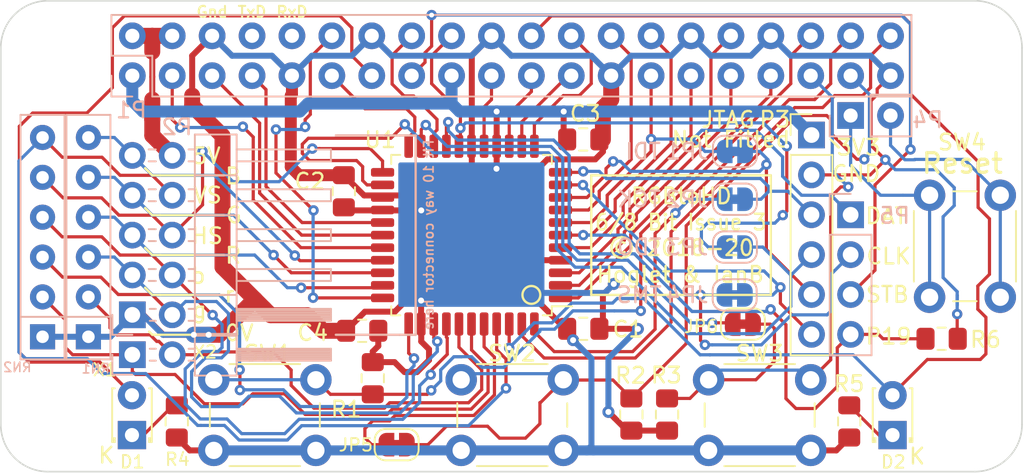
<source format=kicad_pcb>
(kicad_pcb (version 20171130) (host pcbnew "(5.1.4)-1")
  (layers (0 F.Cu signal) (31 B.Cu signal) (34 B.Paste user hide) (35 F.Paste user hide) (36 B.SilkS user) (37 F.SilkS user) (38 B.Mask user hide) (39 F.Mask user hide) (44 Edge.Cuts user))
  (net 0 "")
  (net 1 /3V3)
  (net 2 /GPIO2)
  (net 3 /GPIO3)
  (net 4 /GPIO4)
  (net 5 /GPIO17)
  (net 6 /GPIO18)
  (net 7 /GPIO27)
  (net 8 /GPIO22)
  (net 9 /GPIO23)
  (net 10 /GPIO24)
  (net 11 /GPIO10)
  (net 12 /GPIO9)
  (net 13 /GPIO11)
  (net 14 /GPIO8)
  (net 15 /GPIO7)
  (net 16 /GPIO5)
  (net 17 /GPIO6)
  (net 18 /GPIO12)
  (net 19 /GPIO13)
  (net 20 /GPIO19)
  (net 21 /GPIO16)
  (net 22 /GPIO26)
  (net 23 /GPIO20)
  (net 24 /GPIO21)
  (net 25 "Net-(P4-Pad1)")
  (net 26 "Net-(P4-Pad2)")
  (net 27 "Net-(D1-Pad1)")
  (net 28 "Net-(D2-Pad1)")
  (net 29 /GPIO25)
  (net 30 /GPIO0)
  (net 31 /GPIO1)
  (net 32 /VCC)
  (net 33 /GND)
  (net 34 /SYNC)
  (net 35 /BLUE)
  (net 36 /GREEN)
  (net 37 /RED)
  (net 38 /BRED)
  (net 39 /BGREEN)
  (net 40 /BBLUE)
  (net 41 /VSYNC)
  (net 42 /TCK)
  (net 43 /TDO)
  (net 44 /TDI)
  (net 45 /TMS)
  (net 46 /RxD)
  (net 47 /TxD)
  (net 48 /DETECT)
  (net 49 /X1)
  (net 50 /X2)
  (net 51 /X3)
  (net 52 /X4)
  (module Resistor_THT:R_Array_SIP6 (layer B.Cu) (at 21.578 45.90796 90)
    (fp_text reference RN1 (at -2.032 0.46228 180) (layer B.SilkS) (effects (font (size 0.6 0.6) (thickness 0.1)) (justify mirror)))
    (fp_text value 4K7)
    (pad 1 thru_hole rect (at 0 0 90) (size 1.6 1.6) (drill 0.8) (layers *.Cu *.Mask) (net 33 /GND))
    (pad 2 thru_hole oval (at 2.54 0 90) (size 1.6 1.6) (drill 0.8) (layers *.Cu *.Mask) (net 50 /X2))
    (pad 3 thru_hole oval (at 5.08 0 90) (size 1.6 1.6) (drill 0.8) (layers *.Cu *.Mask) (net 38 /BRED))
    (pad 4 thru_hole oval (at 7.62 0 90) (size 1.6 1.6) (drill 0.8) (layers *.Cu *.Mask) (net 37 /RED))
    (pad 5 thru_hole oval (at 10.16 0 90) (size 1.6 1.6) (drill 0.8) (layers *.Cu *.Mask) (net 36 /GREEN))
    (pad 6 thru_hole oval (at 12.7 0 90) (size 1.6 1.6) (drill 0.8) (layers *.Cu *.Mask) (net 35 /BLUE))
  )
  (module Resistor_SMD:R_0805_2012Metric_Pad1.15x1.40mm_HandSolder (layer F.Cu) (at 39.6755 48.54956 270)
    (fp_text reference R1 (at 1.9812 1.6891) (layer F.SilkS))
    (fp_text value 1K)
    (pad 2 smd roundrect (at 1.025 0 270) (size 1.15 1.4) (layers F.Cu F.Paste F.Mask) (roundrect_rratio 0.217391) (net 21 /GPIO16))
    (pad 1 smd roundrect (at -1.025 0 270) (size 1.15 1.4) (layers F.Cu F.Paste F.Mask) (roundrect_rratio 0.217391) (net 1 /3V3))
  )
  (module Connector_PinHeader_2.54mm:PinHeader_2x05_P2.54mm_Horizontal (layer B.Cu) (at 24.372 44.51096)
    (fp_text reference P2 (at 2.84 -11.97) (layer B.SilkS) (effects (justify mirror)))
    (fp_text value Conn_02x05_Odd_Even)
    (pad 1 thru_hole rect (at 0 0) (size 1.7 1.7) (drill 1) (layers *.Cu *.Mask) (net 33 /GND))
    (pad 2 thru_hole oval (at 2.54 0) (size 1.7 1.7) (drill 1) (layers *.Cu *.Mask) (net 39 /BGREEN))
    (pad 3 thru_hole oval (at 0 -2.54) (size 1.7 1.7) (drill 1) (layers *.Cu *.Mask) (net 38 /BRED))
    (pad 4 thru_hole oval (at 2.54 -2.54) (size 1.7 1.7) (drill 1) (layers *.Cu *.Mask) (net 40 /BBLUE))
    (pad 5 thru_hole oval (at 0 -5.08) (size 1.7 1.7) (drill 1) (layers *.Cu *.Mask) (net 37 /RED))
    (pad 6 thru_hole oval (at 2.54 -5.08) (size 1.7 1.7) (drill 1) (layers *.Cu *.Mask) (net 34 /SYNC))
    (pad 7 thru_hole oval (at 0 -7.62) (size 1.7 1.7) (drill 1) (layers *.Cu *.Mask) (net 36 /GREEN))
    (pad 8 thru_hole oval (at 2.54 -7.62) (size 1.7 1.7) (drill 1) (layers *.Cu *.Mask) (net 41 /VSYNC))
    (pad 9 thru_hole oval (at 0 -10.16) (size 1.7 1.7) (drill 1) (layers *.Cu *.Mask) (net 35 /BLUE))
    (pad 10 thru_hole oval (at 2.54 -10.16) (size 1.7 1.7) (drill 1) (layers *.Cu *.Mask) (net 32 /VCC))
  )
  (module Package_QFP:LQFP-44_10x10mm_P0.8mm (layer F.Cu) (at 45.962 39.43096 180)
    (fp_text reference U1 (at 5.8166 6.0706) (layer F.SilkS))
    (fp_text value XC9572XL-VQFP44)
    (pad 1 smd roundrect (at -5.6625 -4 180) (size 1.475 0.55) (layers F.Cu F.Paste F.Mask) (net 19 /GPIO13))
    (pad 2 smd roundrect (at -5.6625 -3.2 180) (size 1.475 0.55) (layers F.Cu F.Paste F.Mask) (net 17 /GPIO6))
    (pad 3 smd roundrect (at -5.6625 -2.4 180) (size 1.475 0.55) (layers F.Cu F.Paste F.Mask) (net 18 /GPIO12))
    (pad 4 smd roundrect (at -5.6625 -1.6 180) (size 1.475 0.55) (layers F.Cu F.Paste F.Mask) (net 33 /GND))
    (pad 5 smd roundrect (at -5.6625 -0.8 180) (size 1.475 0.55) (layers F.Cu F.Paste F.Mask) (net 16 /GPIO5))
    (pad 6 smd roundrect (at -5.6625 0 180) (size 1.475 0.55) (layers F.Cu F.Paste F.Mask) (net 31 /GPIO1))
    (pad 7 smd roundrect (at -5.6625 0.8 180) (size 1.475 0.55) (layers F.Cu F.Paste F.Mask) (net 30 /GPIO0))
    (pad 8 smd roundrect (at -5.6625 1.6 180) (size 1.475 0.55) (layers F.Cu F.Paste F.Mask) (net 15 /GPIO7))
    (pad 9 smd roundrect (at -5.6625 2.4 180) (size 1.475 0.55) (layers F.Cu F.Paste F.Mask) (net 44 /TDI))
    (pad 10 smd roundrect (at -5.6625 3.2 180) (size 1.475 0.55) (layers F.Cu F.Paste F.Mask) (net 45 /TMS))
    (pad 11 smd roundrect (at -5.6625 4 180) (size 1.475 0.55) (layers F.Cu F.Paste F.Mask) (net 42 /TCK))
    (pad 12 smd roundrect (at -4 5.6625 180) (size 0.55 1.475) (layers F.Cu F.Paste F.Mask) (net 14 /GPIO8))
    (pad 13 smd roundrect (at -3.2 5.6625 180) (size 0.55 1.475) (layers F.Cu F.Paste F.Mask) (net 13 /GPIO11))
    (pad 14 smd roundrect (at -2.4 5.6625 180) (size 0.55 1.475) (layers F.Cu F.Paste F.Mask) (net 12 /GPIO9))
    (pad 15 smd roundrect (at -1.6 5.6625 180) (size 0.55 1.475) (layers F.Cu F.Paste F.Mask) (net 1 /3V3))
    (pad 16 smd roundrect (at -0.8 5.6625 180) (size 0.55 1.475) (layers F.Cu F.Paste F.Mask) (net 11 /GPIO10))
    (pad 17 smd roundrect (at 0 5.6625 180) (size 0.55 1.475) (layers F.Cu F.Paste F.Mask) (net 33 /GND))
    (pad 18 smd roundrect (at 0.8 5.6625 180) (size 0.55 1.475) (layers F.Cu F.Paste F.Mask) (net 10 /GPIO24))
    (pad 19 smd roundrect (at 1.6 5.6625 180) (size 0.55 1.475) (layers F.Cu F.Paste F.Mask) (net 48 /DETECT))
    (pad 20 smd roundrect (at 2.4 5.6625 180) (size 0.55 1.475) (layers F.Cu F.Paste F.Mask) (net 9 /GPIO23))
    (pad 21 smd roundrect (at 3.2 5.6625 180) (size 0.55 1.475) (layers F.Cu F.Paste F.Mask) (net 52 /X4))
    (pad 22 smd roundrect (at 4 5.6625 180) (size 0.55 1.475) (layers F.Cu F.Paste F.Mask) (net 5 /GPIO17))
    (pad 23 smd roundrect (at 5.6625 4 180) (size 1.475 0.55) (layers F.Cu F.Paste F.Mask) (net 34 /SYNC))
    (pad 24 smd roundrect (at 5.6625 3.2 180) (size 1.475 0.55) (layers F.Cu F.Paste F.Mask) (net 43 /TDO))
    (pad 25 smd roundrect (at 5.6625 2.4 180) (size 1.475 0.55) (layers F.Cu F.Paste F.Mask) (net 33 /GND))
    (pad 26 smd roundrect (at 5.6625 1.6 180) (size 1.475 0.55) (layers F.Cu F.Paste F.Mask) (net 1 /3V3))
    (pad 27 smd roundrect (at 5.6625 0.8 180) (size 1.475 0.55) (layers F.Cu F.Paste F.Mask) (net 4 /GPIO4))
    (pad 28 smd roundrect (at 5.6625 0 180) (size 1.475 0.55) (layers F.Cu F.Paste F.Mask) (net 3 /GPIO3))
    (pad 29 smd roundrect (at 5.6625 -0.8 180) (size 1.475 0.55) (layers F.Cu F.Paste F.Mask) (net 2 /GPIO2))
    (pad 30 smd roundrect (at 5.6625 -1.6 180) (size 1.475 0.55) (layers F.Cu F.Paste F.Mask) (net 35 /BLUE))
    (pad 31 smd roundrect (at 5.6625 -2.4 180) (size 1.475 0.55) (layers F.Cu F.Paste F.Mask) (net 36 /GREEN))
    (pad 32 smd roundrect (at 5.6625 -3.2 180) (size 1.475 0.55) (layers F.Cu F.Paste F.Mask) (net 37 /RED))
    (pad 33 smd roundrect (at 5.6625 -4 180) (size 1.475 0.55) (layers F.Cu F.Paste F.Mask) (net 6 /GPIO18))
    (pad 34 smd roundrect (at 4 -5.6625 180) (size 0.55 1.475) (layers F.Cu F.Paste F.Mask) (net 38 /BRED))
    (pad 35 smd roundrect (at 3.2 -5.6625 180) (size 0.55 1.475) (layers F.Cu F.Paste F.Mask) (net 1 /3V3))
    (pad 36 smd roundrect (at 2.4 -5.6625 180) (size 0.55 1.475) (layers F.Cu F.Paste F.Mask) (net 39 /BGREEN))
    (pad 37 smd roundrect (at 1.6 -5.6625 180) (size 0.55 1.475) (layers F.Cu F.Paste F.Mask) (net 40 /BBLUE))
    (pad 38 smd roundrect (at 0.8 -5.6625 180) (size 0.55 1.475) (layers F.Cu F.Paste F.Mask) (net 50 /X2))
    (pad 39 smd roundrect (at 0 -5.6625 180) (size 0.55 1.475) (layers F.Cu F.Paste F.Mask) (net 49 /X1))
    (pad 40 smd roundrect (at -0.8 -5.6625 180) (size 0.55 1.475) (layers F.Cu F.Paste F.Mask) (net 51 /X3))
    (pad 41 smd roundrect (at -1.6 -5.6625 180) (size 0.55 1.475) (layers F.Cu F.Paste F.Mask) (net 41 /VSYNC))
    (pad 42 smd roundrect (at -2.4 -5.6625 180) (size 0.55 1.475) (layers F.Cu F.Paste F.Mask) (net 29 /GPIO25))
    (pad 43 smd roundrect (at -3.2 -5.6625 180) (size 0.55 1.475) (layers F.Cu F.Paste F.Mask) (net 24 /GPIO21))
    (pad 44 smd roundrect (at -4 -5.6625 180) (size 0.55 1.475) (layers F.Cu F.Paste F.Mask) (net 23 /GPIO20))
  )
  (module Resistor_SMD:R_0805_2012Metric_Pad1.15x1.40mm_HandSolder (layer F.Cu) (at 75.8832 46.03496)
    (fp_text reference R6 (at 2.794 0.0508) (layer F.SilkS))
    (fp_text value 10K)
    (pad 2 smd roundrect (at 1.025 0) (size 1.15 1.4) (layers F.Cu F.Paste F.Mask) (roundrect_rratio 0.217391) (net 33 /GND))
    (pad 1 smd roundrect (at -1.025 0) (size 1.15 1.4) (layers F.Cu F.Paste F.Mask) (roundrect_rratio 0.217391) (net 48 /DETECT))
  )
  (module Connector_PinSocket_2.54mm:PinSocket_1x04_P2.54mm_Vertical (layer B.Cu) (at 70.092 38.13556 180)
    (fp_text reference P5 (at -2.794 -0.0508) (layer B.SilkS) (effects (justify mirror)))
    (fp_text value Conn_01x04)
    (pad 1 thru_hole rect (at 0 0 180) (size 1.7 1.7) (drill 1) (layers *.Cu *.Mask) (net 30 /GPIO0))
    (pad 2 thru_hole oval (at 0 -2.54 180) (size 1.7 1.7) (drill 1) (layers *.Cu *.Mask) (net 31 /GPIO1))
    (pad 3 thru_hole oval (at 0 -5.08 180) (size 1.7 1.7) (drill 1) (layers *.Cu *.Mask) (net 8 /GPIO22))
    (pad 4 thru_hole oval (at 0 -7.62 180) (size 1.7 1.7) (drill 1) (layers *.Cu *.Mask) (net 48 /DETECT))
  )
  (module RPi_Hat:RPi_Hat_Mounting_Hole (layer F.Cu) (at 19.5 51)
    (fp_text reference "" hide)
    (fp_text value "" hide)
    (pad "" np_thru_hole circle (at 0 0) (size 2.75 2.75) (drill 2.75) (layers *.Cu *.Mask) (clearance 1.725))
  )
  (module RPi_Hat:RPi_Hat_Mounting_Hole (layer F.Cu) (at 77.5 28)
    (fp_text reference "" hide)
    (fp_text value "" hide)
    (pad "" np_thru_hole circle (at 0 0) (size 2.75 2.75) (drill 2.75) (layers *.Cu *.Mask) (clearance 1.725))
  )
  (module RPi_Hat:RPi_Hat_Mounting_Hole (layer F.Cu) (at 77.5 51)
    (fp_text reference "" hide)
    (fp_text value "" hide)
    (pad "" np_thru_hole circle (at 0 0) (size 2.75 2.75) (drill 2.75) (layers *.Cu *.Mask) (clearance 1.725))
  )
  (module RPi_Hat:RPi_Hat_Mounting_Hole (layer F.Cu) (at 19.5 28)
    (fp_text reference "" hide)
    (fp_text value "" hide)
    (pad "" np_thru_hole circle (at 0 0) (size 2.75 2.75) (drill 2.75) (layers *.Cu *.Mask) (clearance 1.725))
  )
  (module Jumper:SolderJumper-2_P1.3mm_Bridged_RoundedPad1.0x1.5mm (layer B.Cu) (at 62.726 37.14496)
    (fp_text reference JP2 (at -3.063 0) (layer B.SilkS) (effects (justify mirror)))
    (fp_text value SolderJumper_2_Bridged)
    (fp_poly (pts (xy 0.25 0.3) (xy -0.25 0.3) (xy -0.25 -0.3) (xy 0.25 -0.3)) (layer B.Cu) (width 0))
    (pad 2 smd custom (at 0.65 0) (size 1 0.5) (layers B.Cu B.Mask) (net 42 /TCK) (options (clearance outline) (anchor rect)) (primitives (gr_circle (center 0 -0.25) (end 0.5 -0.25) (width 0)) (gr_circle (center 0 0.25) (end 0.5 0.25) (width 0)) (gr_poly (pts (xy 0 0.75) (xy -0.5 0.75) (xy -0.5 -0.75) (xy 0 -0.75)) (width 0))))
    (pad 1 smd custom (at -0.65 0) (size 1 0.5) (layers B.Cu B.Mask) (net 23 /GPIO20) (options (clearance outline) (anchor rect)) (primitives (gr_circle (center 0 -0.25) (end 0.5 -0.25) (width 0)) (gr_circle (center 0 0.25) (end 0.5 0.25) (width 0)) (gr_poly (pts (xy 0 0.75) (xy 0.5 0.75) (xy 0.5 -0.75) (xy 0 -0.75)) (width 0))))
  )
  (module Jumper:SolderJumper-2_P1.3mm_Bridged_RoundedPad1.0x1.5mm (layer B.Cu) (at 62.726 34.09696)
    (fp_text reference JP1 (at -3.048 0) (layer B.SilkS) (effects (justify mirror)))
    (fp_text value SolderJumper_2_Bridged)
    (fp_poly (pts (xy 0.25 0.3) (xy -0.25 0.3) (xy -0.25 -0.3) (xy 0.25 -0.3)) (layer B.Cu) (width 0))
    (pad 1 smd custom (at -0.65 0) (size 1 0.5) (layers B.Cu B.Mask) (net 30 /GPIO0) (options (clearance outline) (anchor rect)) (primitives (gr_circle (center 0 -0.25) (end 0.5 -0.25) (width 0)) (gr_circle (center 0 0.25) (end 0.5 0.25) (width 0)) (gr_poly (pts (xy 0 0.75) (xy 0.5 0.75) (xy 0.5 -0.75) (xy 0 -0.75)) (width 0))))
    (pad 2 smd custom (at 0.65 0) (size 1 0.5) (layers B.Cu B.Mask) (net 44 /TDI) (options (clearance outline) (anchor rect)) (primitives (gr_circle (center 0 -0.25) (end 0.5 -0.25) (width 0)) (gr_circle (center 0 0.25) (end 0.5 0.25) (width 0)) (gr_poly (pts (xy 0 0.75) (xy -0.5 0.75) (xy -0.5 -0.75) (xy 0 -0.75)) (width 0))))
  )
  (module Jumper:SolderJumper-2_P1.3mm_Bridged_RoundedPad1.0x1.5mm (layer B.Cu) (at 62.711 43.24096)
    (fp_text reference JP4 (at -3.033 0) (layer B.SilkS) (effects (justify mirror)))
    (fp_text value SolderJumper_2_Bridged)
    (fp_poly (pts (xy 0.25 0.3) (xy -0.25 0.3) (xy -0.25 -0.3) (xy 0.25 -0.3)) (layer B.Cu) (width 0))
    (pad 2 smd custom (at 0.65 0) (size 1 0.5) (layers B.Cu B.Mask) (net 45 /TMS) (options (clearance outline) (anchor rect)) (primitives (gr_circle (center 0 -0.25) (end 0.5 -0.25) (width 0)) (gr_circle (center 0 0.25) (end 0.5 0.25) (width 0)) (gr_poly (pts (xy 0 0.75) (xy -0.5 0.75) (xy -0.5 -0.75) (xy 0 -0.75)) (width 0))))
    (pad 1 smd custom (at -0.65 0) (size 1 0.5) (layers B.Cu B.Mask) (net 31 /GPIO1) (options (clearance outline) (anchor rect)) (primitives (gr_circle (center 0 -0.25) (end 0.5 -0.25) (width 0)) (gr_circle (center 0 0.25) (end 0.5 0.25) (width 0)) (gr_poly (pts (xy 0 0.75) (xy 0.5 0.75) (xy 0.5 -0.75) (xy 0 -0.75)) (width 0))))
  )
  (module Jumper:SolderJumper-2_P1.3mm_Bridged_RoundedPad1.0x1.5mm (layer B.Cu) (at 62.726 40.19296)
    (fp_text reference JP3 (at -3.063 0) (layer B.SilkS) (effects (justify mirror)))
    (fp_text value SolderJumper_2_Bridged)
    (fp_poly (pts (xy 0.25 0.3) (xy -0.25 0.3) (xy -0.25 -0.3) (xy 0.25 -0.3)) (layer B.Cu) (width 0))
    (pad 1 smd custom (at -0.65 0) (size 1 0.5) (layers B.Cu B.Mask) (net 10 /GPIO24) (options (clearance outline) (anchor rect)) (primitives (gr_circle (center 0 -0.25) (end 0.5 -0.25) (width 0)) (gr_circle (center 0 0.25) (end 0.5 0.25) (width 0)) (gr_poly (pts (xy 0 0.75) (xy 0.5 0.75) (xy 0.5 -0.75) (xy 0 -0.75)) (width 0))))
    (pad 2 smd custom (at 0.65 0) (size 1 0.5) (layers B.Cu B.Mask) (net 43 /TDO) (options (clearance outline) (anchor rect)) (primitives (gr_circle (center 0 -0.25) (end 0.5 -0.25) (width 0)) (gr_circle (center 0 0.25) (end 0.5 0.25) (width 0)) (gr_poly (pts (xy 0 0.75) (xy -0.5 0.75) (xy -0.5 -0.75) (xy 0 -0.75)) (width 0))))
  )
  (module Connector_PinHeader_2.54mm:PinHeader_1x06_P2.54mm_Vertical (layer F.Cu) (at 67.6008 33.054001)
    (fp_text reference P3 (at -2.3348 -0.989041 180) (layer F.SilkS))
    (fp_text value Conn_01x06)
    (pad 1 thru_hole rect (at 0 0) (size 1.7 1.7) (drill 1) (layers *.Cu *.Mask) (net 1 /3V3))
    (pad 2 thru_hole oval (at 0 2.54) (size 1.7 1.7) (drill 1) (layers *.Cu *.Mask) (net 33 /GND))
    (pad 3 thru_hole oval (at 0 5.08) (size 1.7 1.7) (drill 1) (layers *.Cu *.Mask) (net 42 /TCK))
    (pad 4 thru_hole oval (at 0 7.62) (size 1.7 1.7) (drill 1) (layers *.Cu *.Mask) (net 43 /TDO))
    (pad 5 thru_hole oval (at 0 10.16) (size 1.7 1.7) (drill 1) (layers *.Cu *.Mask) (net 44 /TDI))
    (pad 6 thru_hole oval (at 0 12.7) (size 1.7 1.7) (drill 1) (layers *.Cu *.Mask) (net 45 /TMS))
  )
  (module Capacitor_SMD:C_0805_2012Metric_Pad1.15x1.40mm_HandSolder (layer F.Cu) (at 53.074 45.39996 180)
    (fp_text reference C1 (at -2.848 -0.031) (layer F.SilkS))
    (fp_text value 10uF)
    (pad 2 smd roundrect (at 1.025 0 180) (size 1.15 1.4) (layers F.Cu F.Paste F.Mask) (roundrect_rratio 0.217391) (net 33 /GND))
    (pad 1 smd roundrect (at -1.025 0 180) (size 1.15 1.4) (layers F.Cu F.Paste F.Mask) (roundrect_rratio 0.217391) (net 1 /3V3))
  )
  (module Capacitor_SMD:C_0805_2012Metric_Pad1.15x1.40mm_HandSolder (layer F.Cu) (at 37.834 36.63696 90)
    (fp_text reference C2 (at 0.635 -2.159) (layer F.SilkS))
    (fp_text value 100nF)
    (pad 1 smd roundrect (at -1.025 0 90) (size 1.15 1.4) (layers F.Cu F.Paste F.Mask) (roundrect_rratio 0.217391) (net 1 /3V3))
    (pad 2 smd roundrect (at 1.025 0 90) (size 1.15 1.4) (layers F.Cu F.Paste F.Mask) (roundrect_rratio 0.217391) (net 33 /GND))
  )
  (module Capacitor_SMD:C_0805_2012Metric_Pad1.15x1.40mm_HandSolder (layer F.Cu) (at 53.074 33.33496)
    (fp_text reference C3 (at 0.127 -1.65) (layer F.SilkS))
    (fp_text value 100nF)
    (pad 1 smd roundrect (at -1.025 0) (size 1.15 1.4) (layers F.Cu F.Paste F.Mask) (roundrect_rratio 0.217391) (net 1 /3V3))
    (pad 2 smd roundrect (at 1.025 0) (size 1.15 1.4) (layers F.Cu F.Paste F.Mask) (roundrect_rratio 0.217391) (net 33 /GND))
  )
  (module Capacitor_SMD:C_0805_2012Metric_Pad1.15x1.40mm_HandSolder (layer F.Cu) (at 39.0024 45.52696 180)
    (fp_text reference C4 (at 3.1496 -0.127) (layer F.SilkS))
    (fp_text value 100nF)
    (pad 1 smd roundrect (at -1.025 0 180) (size 1.15 1.4) (layers F.Cu F.Paste F.Mask) (roundrect_rratio 0.217391) (net 1 /3V3))
    (pad 2 smd roundrect (at 1.025 0 180) (size 1.15 1.4) (layers F.Cu F.Paste F.Mask) (roundrect_rratio 0.217391) (net 33 /GND))
  )
  (module Resistor_SMD:R_0805_2012Metric_Pad1.15x1.40mm_HandSolder (layer F.Cu) (at 56.1347 50.86096 90)
    (fp_text reference R2 (at 2.49 -0.0527) (layer F.SilkS))
    (fp_text value 1K)
    (pad 2 smd roundrect (at 1.025 0 90) (size 1.15 1.4) (layers F.Cu F.Paste F.Mask) (roundrect_rratio 0.217391) (net 22 /GPIO26))
    (pad 1 smd roundrect (at -1.025 0 90) (size 1.15 1.4) (layers F.Cu F.Paste F.Mask) (roundrect_rratio 0.217391) (net 1 /3V3))
  )
  (module Resistor_SMD:R_0805_2012Metric_Pad1.15x1.40mm_HandSolder (layer F.Cu) (at 58.408 50.86096 90)
    (fp_text reference R3 (at 2.5019 -0.046) (layer F.SilkS))
    (fp_text value 1K)
    (pad 2 smd roundrect (at 1.025 0 90) (size 1.15 1.4) (layers F.Cu F.Paste F.Mask) (roundrect_rratio 0.217391) (net 20 /GPIO19))
    (pad 1 smd roundrect (at -1.025 0 90) (size 1.15 1.4) (layers F.Cu F.Paste F.Mask) (roundrect_rratio 0.217391) (net 1 /3V3))
  )
  (module Resistor_SMD:R_0805_2012Metric_Pad1.15x1.40mm_HandSolder (layer F.Cu) (at 27.202 51.30096 270)
    (fp_text reference R4 (at 2.42 -0.04) (layer F.SilkS) (effects (font (size 0.8 0.8) (thickness 0.12))))
    (fp_text value 1K)
    (pad 2 smd roundrect (at 1.025 0 270) (size 1.15 1.4) (layers F.Cu F.Paste F.Mask) (roundrect_rratio 0.217391) (net 33 /GND))
    (pad 1 smd roundrect (at -1.025 0 270) (size 1.15 1.4) (layers F.Cu F.Paste F.Mask) (roundrect_rratio 0.217391) (net 27 "Net-(D1-Pad1)"))
  )
  (module Resistor_SMD:R_0805_2012Metric_Pad1.15x1.40mm_HandSolder (layer F.Cu) (at 70.002 51.30096 270)
    (fp_text reference R5 (at -2.39268 0.01016) (layer F.SilkS))
    (fp_text value 1K)
    (pad 1 smd roundrect (at -1.025 0 270) (size 1.15 1.4) (layers F.Cu F.Paste F.Mask) (roundrect_rratio 0.217391) (net 28 "Net-(D2-Pad1)"))
    (pad 2 smd roundrect (at 1.025 0 270) (size 1.15 1.4) (layers F.Cu F.Paste F.Mask) (roundrect_rratio 0.217391) (net 33 /GND))
  )
  (module Button_Switch_THT:SW_PUSH_6mm_H5mm (layer F.Cu) (at 36.056 53.14696 180)
    (fp_text reference SW1 (at 3.054 6.176) (layer F.SilkS))
    (fp_text value SW_PUSH)
    (pad 1 thru_hole circle (at 6.5 0 270) (size 2 2) (drill 1.1) (layers *.Cu *.Mask) (net 33 /GND))
    (pad 2 thru_hole circle (at 6.5 4.5 270) (size 2 2) (drill 1.1) (layers *.Cu *.Mask) (net 21 /GPIO16))
    (pad 1 thru_hole circle (at 0 0 270) (size 2 2) (drill 1.1) (layers *.Cu *.Mask) (net 33 /GND))
    (pad 2 thru_hole circle (at 0 4.5 270) (size 2 2) (drill 1.1) (layers *.Cu *.Mask) (net 21 /GPIO16))
  )
  (module Button_Switch_THT:SW_PUSH_6mm_H5mm (layer F.Cu) (at 51.804 53.14696 180)
    (fp_text reference SW2 (at 3.262 6.186) (layer F.SilkS))
    (fp_text value SW_PUSH)
    (pad 2 thru_hole circle (at 0 4.5 270) (size 2 2) (drill 1.1) (layers *.Cu *.Mask) (net 22 /GPIO26))
    (pad 1 thru_hole circle (at 0 0 270) (size 2 2) (drill 1.1) (layers *.Cu *.Mask) (net 33 /GND))
    (pad 2 thru_hole circle (at 6.5 4.5 270) (size 2 2) (drill 1.1) (layers *.Cu *.Mask) (net 22 /GPIO26))
    (pad 1 thru_hole circle (at 6.5 0 270) (size 2 2) (drill 1.1) (layers *.Cu *.Mask) (net 33 /GND))
  )
  (module Button_Switch_THT:SW_PUSH_6mm_H5mm (layer F.Cu) (at 67.552 53.14696 180)
    (fp_text reference SW3 (at 3.25 6.176) (layer F.SilkS))
    (fp_text value SW_PUSH)
    (pad 2 thru_hole circle (at 0 4.5 270) (size 2 2) (drill 1.1) (layers *.Cu *.Mask) (net 20 /GPIO19))
    (pad 1 thru_hole circle (at 0 0 270) (size 2 2) (drill 1.1) (layers *.Cu *.Mask) (net 33 /GND))
    (pad 2 thru_hole circle (at 6.5 4.5 270) (size 2 2) (drill 1.1) (layers *.Cu *.Mask) (net 20 /GPIO19))
    (pad 1 thru_hole circle (at 6.5 0 270) (size 2 2) (drill 1.1) (layers *.Cu *.Mask) (net 33 /GND))
  )
  (module Button_Switch_THT:SW_PUSH_6mm_H5mm (layer F.Cu) (at 79.617 36.89096 270)
    (fp_text reference SW4 (at -3.3782 2.4384) (layer F.SilkS))
    (fp_text value SW_PUSH)
    (pad 1 thru_hole circle (at 6.5 0) (size 2 2) (drill 1.1) (layers *.Cu *.Mask) (net 26 "Net-(P4-Pad2)"))
    (pad 2 thru_hole circle (at 6.5 4.5) (size 2 2) (drill 1.1) (layers *.Cu *.Mask) (net 25 "Net-(P4-Pad1)"))
    (pad 1 thru_hole circle (at 0 0) (size 2 2) (drill 1.1) (layers *.Cu *.Mask) (net 26 "Net-(P4-Pad2)"))
    (pad 2 thru_hole circle (at 0 4.5) (size 2 2) (drill 1.1) (layers *.Cu *.Mask) (net 25 "Net-(P4-Pad1)"))
  )
  (module Connector_PinHeader_2.54mm:PinHeader_2x01_P2.54mm_Horizontal (layer B.Cu) (at 24.372 47.05096)
    (fp_text reference J2 hide)
    (fp_text value Conn_02x01)
    (pad 1 thru_hole rect (at 0 0) (size 1.7 1.7) (drill 1) (layers *.Cu *.Mask) (net 49 /X1))
    (pad 2 thru_hole oval (at 2.54 0) (size 1.7 1.7) (drill 1) (layers *.Cu *.Mask) (net 50 /X2))
  )
  (module Resistor_THT:R_Array_SIP6 (layer B.Cu) (at 18.657 45.90796 90)
    (fp_text reference RN2 (at -1.9431 -1.605 180) (layer B.SilkS) (effects (font (size 0.6 0.6) (thickness 0.1)) (justify mirror)))
    (fp_text value 4K7)
    (pad 6 thru_hole oval (at 12.7 0 90) (size 1.6 1.6) (drill 0.8) (layers *.Cu *.Mask) (net 41 /VSYNC))
    (pad 5 thru_hole oval (at 10.16 0 90) (size 1.6 1.6) (drill 0.8) (layers *.Cu *.Mask) (net 34 /SYNC))
    (pad 4 thru_hole oval (at 7.62 0 90) (size 1.6 1.6) (drill 0.8) (layers *.Cu *.Mask) (net 40 /BBLUE))
    (pad 3 thru_hole oval (at 5.08 0 90) (size 1.6 1.6) (drill 0.8) (layers *.Cu *.Mask) (net 39 /BGREEN))
    (pad 2 thru_hole oval (at 2.54 0 90) (size 1.6 1.6) (drill 0.8) (layers *.Cu *.Mask) (net 49 /X1))
    (pad 1 thru_hole rect (at 0 0 90) (size 1.6 1.6) (drill 0.8) (layers *.Cu *.Mask) (net 33 /GND))
  )
  (module Jumper:SolderJumper-2_P1.3mm_Bridged_RoundedPad1.0x1.5mm (layer F.Cu) (at 41.19696 52.7812)
    (fp_text reference JP5 (at -2.60084 0.02032) (layer F.SilkS) (effects (font (size 0.8 0.8) (thickness 0.12))))
    (fp_text value SolderJumper_2_Bridged)
    (fp_poly (pts (xy 0.25 -0.3) (xy -0.25 -0.3) (xy -0.25 0.3) (xy 0.25 0.3)) (layer F.Cu) (width 0))
    (pad 2 smd custom (at 0.65 0) (size 1 0.5) (layers F.Cu F.Mask) (net 22 /GPIO26) (options (clearance outline) (anchor rect)) (primitives (gr_circle (center 0 0.25) (end 0.5 0.25) (width 0)) (gr_circle (center 0 -0.25) (end 0.5 -0.25) (width 0)) (gr_poly (pts (xy 0 -0.75) (xy -0.5 -0.75) (xy -0.5 0.75) (xy 0 0.75)) (width 0))))
    (pad 1 smd custom (at -0.65 0) (size 1 0.5) (layers F.Cu F.Mask) (net 51 /X3) (options (clearance outline) (anchor rect)) (primitives (gr_circle (center 0 0.25) (end 0.5 0.25) (width 0)) (gr_circle (center 0 -0.25) (end 0.5 -0.25) (width 0)) (gr_poly (pts (xy 0 -0.75) (xy 0.5 -0.75) (xy 0.5 0.75) (xy 0 0.75)) (width 0))))
  )
  (module Jumper:SolderJumper-2_P1.3mm_Bridged_RoundedPad1.0x1.5mm (layer F.Cu) (at 63.234 45.10278)
    (fp_text reference JP6 (at -2.65164 0.1524) (layer F.SilkS) (effects (font (size 0.8 0.8) (thickness 0.12))))
    (fp_text value SolderJumper_2_Bridged)
    (fp_poly (pts (xy 0.25 -0.3) (xy -0.25 -0.3) (xy -0.25 0.3) (xy 0.25 0.3)) (layer F.Cu) (width 0))
    (pad 2 smd custom (at 0.65 0) (size 1 0.5) (layers F.Cu F.Mask) (net 20 /GPIO19) (options (clearance outline) (anchor rect)) (primitives (gr_circle (center 0 0.25) (end 0.5 0.25) (width 0)) (gr_circle (center 0 -0.25) (end 0.5 -0.25) (width 0)) (gr_poly (pts (xy 0 -0.75) (xy -0.5 -0.75) (xy -0.5 0.75) (xy 0 0.75)) (width 0))))
    (pad 1 smd custom (at -0.65 0) (size 1 0.5) (layers F.Cu F.Mask) (net 52 /X4) (options (clearance outline) (anchor rect)) (primitives (gr_circle (center 0 0.25) (end 0.5 0.25) (width 0)) (gr_circle (center 0 -0.25) (end 0.5 -0.25) (width 0)) (gr_poly (pts (xy 0 -0.75) (xy 0.5 -0.75) (xy 0.5 0.75) (xy 0 0.75)) (width 0))))
  )
  (module Connector_PinSocket_2.54mm:PinSocket_2x20_P2.54mm_Vertical_Custom (layer B.Cu) (at 24.372 29.27096 270)
    (fp_text reference P1 (at 2.2 0.06 180) (layer B.SilkS) (effects (justify mirror)))
    (fp_text value CONN_02X20)
    (pad 1 thru_hole oval (at 0 0 270) (size 1.7 1.7) (drill 0.9) (layers *.Cu *.Mask) (net 1 /3V3))
    (pad 2 thru_hole oval (at -2.54 0 270) (size 1.7 1.7) (drill 0.9) (layers *.Cu *.Mask) (net 32 /VCC))
    (pad 3 thru_hole oval (at 0 -2.54 270) (size 1.7 1.7) (drill 0.9) (layers *.Cu *.Mask) (net 2 /GPIO2))
    (pad 4 thru_hole oval (at -2.54 -2.54 270) (size 1.7 1.7) (drill 0.9) (layers *.Cu *.Mask) (net 32 /VCC))
    (pad 5 thru_hole oval (at 0 -5.08 270) (size 1.7 1.7) (drill 0.9) (layers *.Cu *.Mask) (net 3 /GPIO3))
    (pad 6 thru_hole oval (at -2.54 -5.08 270) (size 1.7 1.7) (drill 0.9) (layers *.Cu *.Mask) (net 33 /GND))
    (pad 7 thru_hole oval (at 0 -7.62 270) (size 1.7 1.7) (drill 0.9) (layers *.Cu *.Mask) (net 4 /GPIO4))
    (pad 8 thru_hole oval (at -2.54 -7.62 270) (size 1.7 1.7) (drill 0.9) (layers *.Cu *.Mask) (net 47 /TxD))
    (pad 9 thru_hole oval (at 0 -10.16 270) (size 1.7 1.7) (drill 0.9) (layers *.Cu *.Mask) (net 33 /GND))
    (pad 10 thru_hole oval (at -2.54 -10.16 270) (size 1.7 1.7) (drill 0.9) (layers *.Cu *.Mask) (net 46 /RxD))
    (pad 11 thru_hole oval (at 0 -12.7 270) (size 1.7 1.7) (drill 0.9) (layers *.Cu *.Mask) (net 5 /GPIO17))
    (pad 12 thru_hole oval (at -2.54 -12.7 270) (size 1.7 1.7) (drill 0.9) (layers *.Cu *.Mask) (net 6 /GPIO18))
    (pad 13 thru_hole oval (at 0 -15.24 270) (size 1.7 1.7) (drill 0.9) (layers *.Cu *.Mask) (net 7 /GPIO27))
    (pad 14 thru_hole oval (at -2.54 -15.24 270) (size 1.7 1.7) (drill 0.9) (layers *.Cu *.Mask) (net 33 /GND))
    (pad 15 thru_hole oval (at 0 -17.78 270) (size 1.7 1.7) (drill 0.9) (layers *.Cu *.Mask) (net 8 /GPIO22))
    (pad 16 thru_hole oval (at -2.54 -17.78 270) (size 1.7 1.7) (drill 0.9) (layers *.Cu *.Mask) (net 9 /GPIO23))
    (pad 17 thru_hole oval (at 0 -20.32 270) (size 1.7 1.7) (drill 0.9) (layers *.Cu *.Mask) (net 1 /3V3))
    (pad 18 thru_hole oval (at -2.54 -20.32 270) (size 1.7 1.7) (drill 0.9) (layers *.Cu *.Mask) (net 10 /GPIO24))
    (pad 19 thru_hole oval (at 0 -22.86 270) (size 1.7 1.7) (drill 0.9) (layers *.Cu *.Mask) (net 11 /GPIO10))
    (pad 20 thru_hole oval (at -2.54 -22.86 270) (size 1.7 1.7) (drill 0.9) (layers *.Cu *.Mask) (net 33 /GND))
    (pad 21 thru_hole oval (at 0 -25.4 270) (size 1.7 1.7) (drill 0.9) (layers *.Cu *.Mask) (net 12 /GPIO9))
    (pad 22 thru_hole oval (at -2.54 -25.4 270) (size 1.7 1.7) (drill 0.9) (layers *.Cu *.Mask) (net 29 /GPIO25))
    (pad 23 thru_hole oval (at 0 -27.94 270) (size 1.7 1.7) (drill 0.9) (layers *.Cu *.Mask) (net 13 /GPIO11))
    (pad 24 thru_hole oval (at -2.54 -27.94 270) (size 1.7 1.7) (drill 0.9) (layers *.Cu *.Mask) (net 14 /GPIO8))
    (pad 25 thru_hole oval (at 0 -30.48 270) (size 1.7 1.7) (drill 0.9) (layers *.Cu *.Mask) (net 33 /GND))
    (pad 26 thru_hole oval (at -2.54 -30.48 270) (size 1.7 1.7) (drill 0.9) (layers *.Cu *.Mask) (net 15 /GPIO7))
    (pad 27 thru_hole oval (at 0 -33.02 270) (size 1.7 1.7) (drill 0.9) (layers *.Cu *.Mask) (net 30 /GPIO0))
    (pad 28 thru_hole oval (at -2.54 -33.02 270) (size 1.7 1.7) (drill 0.9) (layers *.Cu *.Mask) (net 31 /GPIO1))
    (pad 29 thru_hole oval (at 0 -35.56 270) (size 1.7 1.7) (drill 0.9) (layers *.Cu *.Mask) (net 16 /GPIO5))
    (pad 30 thru_hole oval (at -2.54 -35.56 270) (size 1.7 1.7) (drill 0.9) (layers *.Cu *.Mask) (net 33 /GND))
    (pad 31 thru_hole oval (at 0 -38.1 270) (size 1.7 1.7) (drill 0.9) (layers *.Cu *.Mask) (net 17 /GPIO6))
    (pad 32 thru_hole oval (at -2.54 -38.1 270) (size 1.7 1.7) (drill 0.9) (layers *.Cu *.Mask) (net 18 /GPIO12))
    (pad 33 thru_hole oval (at 0 -40.64 270) (size 1.7 1.7) (drill 0.9) (layers *.Cu *.Mask) (net 19 /GPIO13))
    (pad 34 thru_hole oval (at -2.54 -40.64 270) (size 1.7 1.7) (drill 0.9) (layers *.Cu *.Mask) (net 33 /GND))
    (pad 35 thru_hole oval (at 0 -43.18 270) (size 1.7 1.7) (drill 0.9) (layers *.Cu *.Mask) (net 20 /GPIO19))
    (pad 36 thru_hole oval (at -2.54 -43.18 270) (size 1.7 1.7) (drill 0.9) (layers *.Cu *.Mask) (net 21 /GPIO16))
    (pad 37 thru_hole oval (at 0 -45.72 270) (size 1.7 1.7) (drill 0.9) (layers *.Cu *.Mask) (net 22 /GPIO26))
    (pad 38 thru_hole oval (at -2.54 -45.72 270) (size 1.7 1.7) (drill 0.9) (layers *.Cu *.Mask) (net 23 /GPIO20))
    (pad 39 thru_hole oval (at 0 -48.26 270) (size 1.7 1.7) (drill 0.9) (layers *.Cu *.Mask) (net 33 /GND))
    (pad 40 thru_hole oval (at -2.54 -48.26 270) (size 1.7 1.7) (drill 0.9) (layers *.Cu *.Mask) (net 24 /GPIO21))
  )
  (module Connector_PinSocket_2.54mm:PinSocket_1x02_P2.54mm_Vertical_Custom (layer B.Cu) (at 70.092 31.81096 270)
    (fp_text reference P4 (at 0.28 -4.9) (layer B.SilkS) (effects (justify mirror)))
    (fp_text value CONN_01X02)
    (pad 1 thru_hole rect (at 0 0 270) (size 1.7 1.7) (drill 0.9) (layers *.Cu *.Mask) (net 25 "Net-(P4-Pad1)"))
    (pad 2 thru_hole oval (at 0 -2.54 270) (size 1.7 1.7) (drill 0.9) (layers *.Cu *.Mask) (net 26 "Net-(P4-Pad2)"))
  )
  (module LED_THT:LED_D1.8mm_W3.3mm_H2.4mm (layer F.Cu) (at 24.349 52.17096 90)
    (fp_text reference D1 (at -1.70752 0.02312) (layer F.SilkS) (effects (font (size 0.8 0.8) (thickness 0.12))))
    (fp_text value LED)
    (pad 1 thru_hole rect (at 0 0 90) (size 1.8 1.8) (drill 0.9) (layers *.Cu *.Mask) (net 27 "Net-(D1-Pad1)"))
    (pad 2 thru_hole circle (at 2.54 0 90) (size 1.8 1.8) (drill 0.9) (layers *.Cu *.Mask) (net 7 /GPIO27))
  )
  (module LED_THT:LED_D1.8mm_W3.3mm_H2.4mm (layer F.Cu) (at 72.759 52.17096 90)
    (fp_text reference D2 (at -1.7126 0.05092) (layer F.SilkS) (effects (font (size 0.8 0.8) (thickness 0.12))))
    (fp_text value LED)
    (pad 2 thru_hole circle (at 2.54 0 90) (size 1.8 1.8) (drill 0.9) (layers *.Cu *.Mask) (net 29 /GPIO25))
    (pad 1 thru_hole rect (at 0 0 90) (size 1.8 1.8) (drill 0.9) (layers *.Cu *.Mask) (net 28 "Net-(D2-Pad1)"))
  )
  (gr_line (start 16 27.5) (end 16 51.5) (layer Edge.Cuts) (width 0.1))
  (gr_line (start 78 24.5) (end 19 24.5) (layer Edge.Cuts) (width 0.1))
  (gr_line (start 81 51.5) (end 81 27.5) (layer Edge.Cuts) (width 0.1))
  (gr_text X1 (at 22.622 48.01096) (layer F.SilkS) (effects (font (size 0.8 0.8) (thickness 0.12))))
  (gr_text X2 (at 29.002 46.88096) (layer F.SilkS) (effects (font (size 0.8 0.8) (thickness 0.12))))
  (gr_line (start 41.39 45.78096) (end 37.326 45.78096) (layer B.SilkS) (width 0.15))
  (gr_line (start 41.39 33.08096) (end 37.326 33.08096) (layer B.SilkS) (width 0.15))
  (gr_text "Fit 10 way connector here" (at 43.23912 39.41318 90) (layer B.SilkS) (effects (font (size 0.6 0.6) (thickness 0.11)) (justify mirror)))
  (gr_line (start 42.406 45.78096) (end 41.39 45.78096) (layer B.SilkS) (width 0.15))
  (gr_line (start 42.406 45.78096) (end 42.406 33.08096) (layer B.SilkS) (width 0.15))
  (gr_line (start 41.39 33.08096) (end 42.406 33.08096) (layer B.SilkS) (width 0.15))
  (gr_line (start 25.642 35.62096) (end 25.1848 35.16376) (layer F.SilkS) (width 0.15))
  (gr_line (start 26.15 35.62096) (end 25.642 35.62096) (layer F.SilkS) (width 0.15))
  (gr_line (start 25.642 45.78096) (end 25.4388 45.57776) (layer F.SilkS) (width 0.15))
  (gr_line (start 26.15 45.78096) (end 25.642 45.78096) (layer F.SilkS) (width 0.15))
  (gr_line (start 25.642 43.24096) (end 25.1848 42.78376) (layer F.SilkS) (width 0.15))
  (gr_line (start 26.15 43.24096) (end 25.642 43.24096) (layer F.SilkS) (width 0.15))
  (gr_line (start 25.642 40.70096) (end 25.1848 40.24376) (layer F.SilkS) (width 0.15))
  (gr_line (start 26.1754 40.70096) (end 25.642 40.70096) (layer F.SilkS) (width 0.15))
  (gr_line (start 25.642 38.16096) (end 25.1848 37.70376) (layer F.SilkS) (width 0.15))
  (gr_line (start 26.15 38.16096) (end 25.642 38.16096) (layer F.SilkS) (width 0.15))
  (gr_text P19 (at 72.505 45.88256) (layer F.SilkS) (effects (font (size 1 1))))
  (gr_text STB (at 72.4288 43.21556) (layer F.SilkS) (effects (font (size 1 1))))
  (gr_text DAT (at 72.3526 38.21176) (layer F.SilkS) (effects (font (size 1 1))))
  (gr_text CLK (at 72.505 40.77716) (layer F.SilkS) (effects (font (size 1 1))))
  (gr_text JTAG (at 62.2942 32.06496) (layer F.SilkS) (effects (font (size 1 1))))
  (gr_text TDO (at 56.63 40.19296) (layer B.SilkS) (effects (font (size 1 1)) (justify mirror)))
  (gr_text TDI (at 56.884 34.09696) (layer B.SilkS) (effects (font (size 1 1)) (justify mirror)))
  (gr_text TCK (at 56.63 37.14496) (layer B.SilkS) (effects (font (size 1 1)) (justify mirror)))
  (gr_text TMS (at 56.63 43.24096) (layer B.SilkS) (effects (font (size 1 1)) (justify mirror)))
  (gr_line (start 30.214 45.78096) (end 26.15 45.78096) (layer F.SilkS) (width 0.15))
  (gr_text 0V (at 31.182 45.67096) (layer F.SilkS) (effects (font (size 1 1))))
  (gr_line (start 30.214 35.62096) (end 26.15 35.62096) (layer F.SilkS) (width 0.15))
  (gr_line (start 30.214 38.16096) (end 26.15 38.16096) (layer F.SilkS) (width 0.15))
  (gr_line (start 30.214 40.70096) (end 26.15 40.70096) (layer F.SilkS) (width 0.15))
  (gr_line (start 30.214 43.24096) (end 26.15 43.24096) (layer F.SilkS) (width 0.15))
  (gr_text r (at 30.552 43.21096) (layer F.SilkS) (effects (font (size 1 1))))
  (gr_text R (at 30.792 40.73096) (layer F.SilkS) (effects (font (size 1 1))))
  (gr_text G (at 30.832 38.16096) (layer F.SilkS) (effects (font (size 1 1))))
  (gr_text B (at 30.792 35.67096) (layer F.SilkS) (effects (font (size 1 1))))
  (gr_text g (at 28.652 44.20096) (layer F.SilkS) (effects (font (size 1 1))))
  (gr_text b (at 28.572 42.01096) (layer F.SilkS) (effects (font (size 1 1))))
  (gr_text HS (at 29.132 39.48096) (layer F.SilkS) (effects (font (size 1 1))))
  (gr_text VS (at 29.162 36.89096) (layer F.SilkS) (effects (font (size 1 1))))
  (gr_text 5V (at 29.082 34.39096) (layer F.SilkS) (effects (font (size 1 1))))
  (gr_text RxD (at 34.532 25.20696) (layer F.SilkS) (effects (font (size 0.7 0.7) (thickness 0.13))))
  (gr_text TxD (at 31.992 25.20696) (layer F.SilkS) (effects (font (size 0.7 0.7) (thickness 0.13))))
  (gr_text Gnd (at 29.452 25.20696) (layer F.SilkS) (effects (font (size 0.7 0.7) (thickness 0.13))))
  (gr_text K (at 74.322 53.52096) (layer F.SilkS) (effects (font (size 1 1))))
  (gr_text K (at 22.722 53.46096) (layer F.SilkS) (effects (font (size 1 1))))
  (gr_text "Not Fitted" (at 62.472 33.33496) (layer F.SilkS) (effects (font (size 1 1))))
  (gr_line (start 69.33 33.84296) (end 69.076 33.58896) (layer F.SilkS) (width 0.15))
  (gr_line (start 68.822 33.33496) (end 69.33 33.84296) (layer F.SilkS) (width 0.15))
  (gr_text 3V3 (at 70.6 33.84296) (layer F.SilkS) (effects (font (size 1 1))))
  (gr_text GND (at 70.4476 35.51936) (layer F.SilkS) (effects (font (size 1 1))))
  (gr_text "Hoglet & IanB" (at 59.2462 41.94556) (layer F.SilkS) (effects (font (size 1 0.98))))
  (gr_text "© 2018-20" (at 59.297 40.24376) (layer F.SilkS) (effects (font (size 1 0.98))))
  (gr_text "6/8 Bit Issue 3" (at 59.28442 38.61562) (layer F.SilkS) (effects (font (size 1 0.9))))
  (gr_text RGBtoHD (at 59.3224 36.94176) (layer F.SilkS) (effects (font (size 1 0.98))))
  (gr_circle (center 49.772 43.24096) (end 50.28 43.49496) (layer F.SilkS) (width 0.15))
  (gr_line (start 53.582 43.24096) (end 53.582 35.62096) (layer F.SilkS) (width 0.15))
  (gr_line (start 65.012 43.24096) (end 53.582 43.24096) (layer F.SilkS) (width 0.15))
  (gr_line (start 65.012 35.62096) (end 65.012 43.24096) (layer F.SilkS) (width 0.15))
  (gr_line (start 53.582 35.62096) (end 65.012 35.62096) (layer F.SilkS) (width 0.15))
  (gr_text Reset (at 77.204 34.85896) (layer F.SilkS) (effects (font (size 1.25 1.25) (thickness 0.2))))
  (gr_arc (start 78 27.5) (end 78 24.5) (angle 90) (layer Edge.Cuts) (width 0.1))
  (gr_arc (start 19 27.5) (end 16 27.5) (angle 90) (layer Edge.Cuts) (width 0.1))
  (gr_arc (start 78 51.5) (end 81 51.5) (angle 90) (layer Edge.Cuts) (width 0.1))
  (gr_arc (start 19 51.5) (end 19 54.5) (angle 90) (layer Edge.Cuts) (width 0.1))
  (gr_line (start 19 54.5) (end 78 54.5) (angle 90) (layer Edge.Cuts) (width 0.1))
  (segment (start 67.6008 32.85036) (end 67.6008 33.054001) (width 0.381) (layer B.Cu) (net 1))
  (segment (start 51.824 33.33496) (end 51.824 31.56236) (width 0.381) (layer F.Cu) (net 1))
  (segment (start 51.824 31.56236) (end 51.8294 31.55696) (width 0.381) (layer F.Cu) (net 1))
  (via (at 51.8294 31.55696) (size 0.762) (drill 0.381) (layers F.Cu B.Cu) (net 1))
  (segment (start 47.562 33.58096) (end 47.562 31.55716) (width 0.381) (layer F.Cu) (net 1))
  (segment (start 47.562 31.55716) (end 47.5622 31.55696) (width 0.381) (layer F.Cu) (net 1))
  (via (at 47.5622 31.55696) (size 0.762) (drill 0.381) (layers F.Cu B.Cu) (net 1))
  (segment (start 58.408 52.21096) (end 58.582 52.21096) (width 0.381) (layer F.Cu) (net 1))
  (segment (start 51.824 33.52896) (end 51.824 33.33496) (width 0.381) (layer F.Cu) (net 1))
  (segment (start 47.562 33.58096) (end 47.562 35.19096) (width 0.381) (layer F.Cu) (net 1))
  (via (at 47.552 35.20096) (size 0.762) (drill 0.381) (layers F.Cu B.Cu) (net 1))
  (segment (start 47.562 35.19096) (end 47.552 35.20096) (width 0.381) (layer F.Cu) (net 1))
  (via (at 42.752 43.60096) (size 0.762) (drill 0.381) (layers F.Cu B.Cu) (net 1))
  (segment (start 58.408 52.21096) (end 58.408 52.13096) (width 0.381) (layer F.Cu) (net 1))
  (segment (start 44.692 29.27096) (end 44.692 31.04896) (width 0.762) (layer B.Cu) (net 1))
  (segment (start 45.2 31.55696) (end 47.5622 31.55696) (width 0.762) (layer B.Cu) (net 1))
  (segment (start 47.5622 31.55696) (end 51.8294 31.55696) (width 0.762) (layer B.Cu) (net 1))
  (segment (start 44.692 31.04896) (end 45.2 31.55696) (width 0.762) (layer B.Cu) (net 1))
  (segment (start 43.802 38.95096) (end 42.752 38.95096) (width 0.381) (layer B.Cu) (net 1))
  (segment (start 47.552 35.20096) (end 43.802 38.95096) (width 0.381) (layer B.Cu) (net 1))
  (segment (start 42.752 38.95096) (end 42.752 43.60096) (width 0.381) (layer B.Cu) (net 1))
  (segment (start 37.834 37.88696) (end 37.8648 37.85616) (width 0.381) (layer F.Cu) (net 1))
  (via (at 42.7616 37.85616) (size 0.762) (drill 0.381) (layers F.Cu B.Cu) (net 1))
  (segment (start 42.752 38.95096) (end 42.752 37.86576) (width 0.381) (layer B.Cu) (net 1))
  (segment (start 42.752 37.86576) (end 42.7616 37.85616) (width 0.381) (layer B.Cu) (net 1))
  (segment (start 42.222785 37.85616) (end 41.7456 37.85616) (width 0.381) (layer F.Cu) (net 1))
  (segment (start 42.7616 37.85616) (end 42.222785 37.85616) (width 0.381) (layer F.Cu) (net 1))
  (segment (start 37.8648 37.85616) (end 41.7456 37.85616) (width 0.381) (layer F.Cu) (net 1))
  (segment (start 41.7456 37.85616) (end 42.166596 37.85616) (width 0.381) (layer F.Cu) (net 1))
  (segment (start 66.103759 31.55696) (end 67.6008 33.054001) (width 0.762) (layer B.Cu) (net 1))
  (segment (start 51.8294 31.55696) (end 66.103759 31.55696) (width 0.762) (layer B.Cu) (net 1))
  (segment (start 42.752 45.08346) (end 42.762 45.09346) (width 0.381) (layer F.Cu) (net 1))
  (segment (start 42.752 43.60096) (end 42.752 45.08346) (width 0.381) (layer F.Cu) (net 1))
  (segment (start 42.762 45.09346) (end 42.762 46.208584) (width 0.381) (layer F.Cu) (net 1))
  (segment (start 42.762 46.208584) (end 43.256902 46.703486) (width 0.381) (layer F.Cu) (net 1))
  (segment (start 43.256902 47.392273) (end 42.497015 48.15216) (width 0.381) (layer F.Cu) (net 1))
  (segment (start 43.256902 46.703486) (end 43.256902 47.392273) (width 0.381) (layer F.Cu) (net 1))
  (segment (start 44.692 31.04896) (end 44.691978 31.048938) (width 0.762) (layer B.Cu) (net 1))
  (segment (start 44.691978 31.048938) (end 35.540908 31.048938) (width 0.762) (layer B.Cu) (net 1))
  (segment (start 35.540908 31.048938) (end 35.032886 31.55696) (width 0.762) (layer B.Cu) (net 1))
  (segment (start 25.046 31.55696) (end 24.372 30.88296) (width 0.762) (layer B.Cu) (net 1))
  (segment (start 35.032886 31.55696) (end 25.046 31.55696) (width 0.762) (layer B.Cu) (net 1))
  (segment (start 24.372 30.88296) (end 24.372 29.27096) (width 0.762) (layer B.Cu) (net 1))
  (segment (start 58.083 51.88596) (end 58.408 52.21096) (width 0.381) (layer F.Cu) (net 1))
  (segment (start 42.497015 48.15216) (end 41.6911 48.15216) (width 0.381) (layer F.Cu) (net 1))
  (segment (start 41.0635 47.52456) (end 39.6755 47.52456) (width 0.381) (layer F.Cu) (net 1))
  (segment (start 40.0274 46.49766) (end 40.0274 45.52696) (width 0.381) (layer F.Cu) (net 1))
  (segment (start 39.6755 47.52456) (end 39.6755 46.84956) (width 0.381) (layer F.Cu) (net 1))
  (segment (start 39.6755 46.84956) (end 40.0274 46.49766) (width 0.381) (layer F.Cu) (net 1))
  (via (at 56.549784 45.408644) (size 0.762) (drill 0.381) (layers F.Cu B.Cu) (net 1))
  (segment (start 54.099 45.39996) (end 56.5411 45.39996) (width 0.381) (layer F.Cu) (net 1))
  (segment (start 56.5411 45.39996) (end 56.549784 45.408644) (width 0.381) (layer F.Cu) (net 1))
  (segment (start 54.324 45.39996) (end 54.324 43.235562) (width 0.381) (layer F.Cu) (net 1))
  (segment (start 54.324 43.235562) (end 54.636101 42.923461) (width 0.381) (layer F.Cu) (net 1))
  (segment (start 54.636101 42.923461) (end 55.0171 42.542462) (width 0.381) (layer F.Cu) (net 1))
  (segment (start 54.445602 43.11396) (end 54.636101 42.923461) (width 0.381) (layer B.Cu) (net 1))
  (segment (start 50.28 43.11396) (end 54.445602 43.11396) (width 0.381) (layer B.Cu) (net 1))
  (segment (start 54.636101 42.923461) (end 55.0171 42.542462) (width 0.381) (layer B.Cu) (net 1))
  (via (at 55.0171 42.542462) (size 0.762) (drill 0.381) (layers F.Cu B.Cu) (net 1))
  (via (at 54.6742 50.69586) (size 0.762) (drill 0.381) (layers F.Cu B.Cu) (net 1))
  (segment (start 58.408 51.88596) (end 55.8643 51.88596) (width 0.381) (layer F.Cu) (net 1))
  (segment (start 55.055199 51.076859) (end 54.6742 50.69586) (width 0.381) (layer F.Cu) (net 1))
  (segment (start 54.6742 50.157045) (end 54.6742 50.69586) (width 0.381) (layer B.Cu) (net 1))
  (segment (start 55.8643 51.88596) (end 55.055199 51.076859) (width 0.381) (layer F.Cu) (net 1))
  (segment (start 54.6742 47.284228) (end 54.6742 50.157045) (width 0.381) (layer B.Cu) (net 1))
  (segment (start 56.549784 45.408644) (end 54.6742 47.284228) (width 0.381) (layer B.Cu) (net 1))
  (segment (start 41.6911 48.15216) (end 41.0635 47.52456) (width 0.381) (layer F.Cu) (net 1))
  (segment (start 26.912 32.06496) (end 26.912 29.27096) (width 0.2032) (layer F.Cu) (net 2))
  (segment (start 27.42 32.57296) (end 26.912 32.06496) (width 0.2032) (layer F.Cu) (net 2))
  (via (at 27.42 32.57296) (size 0.6604) (drill 0.3048) (layers F.Cu B.Cu) (net 2))
  (via (at 31.407806 32.52216) (size 0.6604) (drill 0.3048) (layers F.Cu B.Cu) (net 2))
  (segment (start 27.42 32.57296) (end 31.357006 32.57296) (width 0.2032) (layer B.Cu) (net 2))
  (segment (start 31.357006 32.57296) (end 31.407806 32.52216) (width 0.2032) (layer B.Cu) (net 2))
  (segment (start 31.738005 32.852359) (end 31.407806 32.52216) (width 0.2032) (layer F.Cu) (net 2))
  (segment (start 32.068178 33.182532) (end 31.738005 32.852359) (width 0.2032) (layer F.Cu) (net 2))
  (segment (start 32.068178 37.195738) (end 32.068178 33.182532) (width 0.2032) (layer F.Cu) (net 2))
  (segment (start 35.1034 40.23096) (end 32.068178 37.195738) (width 0.2032) (layer F.Cu) (net 2))
  (segment (start 40.112 40.23096) (end 35.1034 40.23096) (width 0.2032) (layer F.Cu) (net 2))
  (segment (start 40.112 39.43096) (end 35.151049 39.43096) (width 0.2032) (layer F.Cu) (net 3))
  (segment (start 35.151049 39.43096) (end 32.474589 36.7545) (width 0.2032) (layer F.Cu) (net 3))
  (segment (start 32.474589 36.7545) (end 32.474589 32.293549) (width 0.2032) (layer F.Cu) (net 3))
  (segment (start 30.301999 30.120959) (end 29.452 29.27096) (width 0.2032) (layer F.Cu) (net 3))
  (segment (start 32.474589 32.293549) (end 30.301999 30.120959) (width 0.2032) (layer F.Cu) (net 3))
  (segment (start 31.992 29.27096) (end 31.992 29.77896) (width 0.2032) (layer F.Cu) (net 4))
  (segment (start 32.841999 30.120959) (end 31.992 29.27096) (width 0.2032) (layer F.Cu) (net 4))
  (segment (start 32.881 30.15996) (end 32.841999 30.120959) (width 0.2032) (layer F.Cu) (net 4))
  (segment (start 32.881 36.33216) (end 32.881 30.15996) (width 0.2032) (layer F.Cu) (net 4))
  (segment (start 40.112 38.63096) (end 35.1798 38.63096) (width 0.2032) (layer F.Cu) (net 4))
  (segment (start 35.1798 38.63096) (end 32.881 36.33216) (width 0.2032) (layer F.Cu) (net 4))
  (segment (start 41.962 33.205438) (end 41.962 33.76846) (width 0.2032) (layer F.Cu) (net 5))
  (segment (start 42.350729 32.816709) (end 41.962 33.205438) (width 0.2032) (layer F.Cu) (net 5))
  (segment (start 42.350729 31.908087) (end 42.350729 32.816709) (width 0.2032) (layer F.Cu) (net 5))
  (segment (start 41.821822 31.37918) (end 42.350729 31.908087) (width 0.2032) (layer F.Cu) (net 5))
  (segment (start 39.18022 31.37918) (end 41.821822 31.37918) (width 0.2032) (layer F.Cu) (net 5))
  (segment (start 37.072 29.27096) (end 39.18022 31.37918) (width 0.2032) (layer F.Cu) (net 5))
  (via (at 33.516 32.69996) (size 0.6604) (drill 0.3048) (layers F.Cu B.Cu) (net 6))
  (via (at 35.8782 43.41876) (size 0.6604) (drill 0.3048) (layers F.Cu B.Cu) (net 6))
  (segment (start 35.8904 43.43096) (end 35.8782 43.41876) (width 0.2032) (layer F.Cu) (net 6))
  (segment (start 40.2995 43.43096) (end 35.8904 43.43096) (width 0.2032) (layer F.Cu) (net 6))
  (via (at 35.9036 37.856162) (size 0.6604) (drill 0.3048) (layers F.Cu B.Cu) (net 6))
  (segment (start 35.8782 43.41876) (end 35.8782 37.881562) (width 0.2032) (layer B.Cu) (net 6))
  (segment (start 35.8782 37.881562) (end 35.9036 37.856162) (width 0.2032) (layer B.Cu) (net 6))
  (segment (start 33.516 32.69996) (end 33.516 35.468562) (width 0.2032) (layer F.Cu) (net 6))
  (segment (start 33.516 35.468562) (end 35.573401 37.525963) (width 0.2032) (layer F.Cu) (net 6))
  (segment (start 35.573401 37.525963) (end 35.9036 37.856162) (width 0.2032) (layer F.Cu) (net 6))
  (segment (start 35.372819 32.068927) (end 35.372819 32.5359) (width 0.2032) (layer F.Cu) (net 6))
  (segment (start 35.208759 32.69996) (end 35.372819 32.5359) (width 0.2032) (layer B.Cu) (net 6))
  (segment (start 33.516 32.69996) (end 35.208759 32.69996) (width 0.2032) (layer B.Cu) (net 6))
  (via (at 35.372819 32.5359) (size 0.6604) (drill 0.3048) (layers F.Cu B.Cu) (net 6))
  (segment (start 37.072 26.73096) (end 35.7004 28.10256) (width 0.2032) (layer F.Cu) (net 6))
  (segment (start 35.7004 28.10256) (end 35.7004 31.741346) (width 0.2032) (layer F.Cu) (net 6))
  (segment (start 35.7004 31.741346) (end 35.372819 32.068927) (width 0.2032) (layer F.Cu) (net 6))
  (segment (start 17.18126 46.90364) (end 17.79848 47.52086) (width 0.2032) (layer F.Cu) (net 7))
  (segment (start 17.18126 32.50184) (end 17.18126 46.90364) (width 0.2032) (layer F.Cu) (net 7))
  (segment (start 18.02962 31.65348) (end 17.18126 32.50184) (width 0.2032) (layer F.Cu) (net 7))
  (segment (start 21.48148 31.65348) (end 18.02962 31.65348) (width 0.2032) (layer F.Cu) (net 7))
  (segment (start 38.342 28.00096) (end 38.342 26.22296) (width 0.2032) (layer F.Cu) (net 7))
  (segment (start 39.612 29.27096) (end 38.342 28.00096) (width 0.2032) (layer F.Cu) (net 7))
  (segment (start 38.342 26.22296) (end 37.58 25.46096) (width 0.2032) (layer F.Cu) (net 7))
  (segment (start 37.58 25.46096) (end 23.864 25.46096) (width 0.2032) (layer F.Cu) (net 7))
  (segment (start 23.864 25.46096) (end 23.102 26.22296) (width 0.2032) (layer F.Cu) (net 7))
  (segment (start 23.102 30.03296) (end 21.48148 31.65348) (width 0.2032) (layer F.Cu) (net 7))
  (segment (start 23.102 26.22296) (end 23.102 30.03296) (width 0.2032) (layer F.Cu) (net 7))
  (segment (start 22.2989 47.52086) (end 24.349 49.57096) (width 0.2032) (layer F.Cu) (net 7))
  (segment (start 17.79848 47.52086) (end 22.2989 47.52086) (width 0.2032) (layer F.Cu) (net 7))
  (segment (start 42.152 29.27096) (end 42.152 28.76296) (width 0.2032) (layer F.Cu) (net 8))
  (via (at 43.422 25.41016) (size 0.6604) (drill 0.3048) (layers F.Cu B.Cu) (net 8))
  (segment (start 70.092 43.21556) (end 71.6414 41.66616) (width 0.2032) (layer F.Cu) (net 8))
  (segment (start 71.6414 36.230561) (end 73.571801 34.30016) (width 0.2032) (layer F.Cu) (net 8))
  (via (at 73.902 33.969961) (size 0.6604) (drill 0.3048) (layers F.Cu B.Cu) (net 8))
  (segment (start 43.422 25.41016) (end 73.3178 25.41016) (width 0.2032) (layer B.Cu) (net 8))
  (segment (start 73.3178 25.41016) (end 73.902 25.99436) (width 0.2032) (layer B.Cu) (net 8))
  (segment (start 71.6414 41.66616) (end 71.6414 36.230561) (width 0.2032) (layer F.Cu) (net 8))
  (segment (start 73.902 25.99436) (end 73.902 33.502988) (width 0.2032) (layer B.Cu) (net 8))
  (segment (start 73.902 33.502988) (end 73.902 33.969961) (width 0.2032) (layer B.Cu) (net 8))
  (segment (start 73.571801 34.30016) (end 73.902 33.969961) (width 0.2032) (layer F.Cu) (net 8))
  (segment (start 43.422 27.39136) (end 43.422 25.41016) (width 0.2032) (layer F.Cu) (net 8))
  (segment (start 43.001999 27.811361) (end 43.422 27.39136) (width 0.2032) (layer F.Cu) (net 8))
  (segment (start 42.152 29.27096) (end 43.001999 28.420961) (width 0.2032) (layer F.Cu) (net 8))
  (segment (start 43.001999 28.420961) (end 43.001999 27.811361) (width 0.2032) (layer F.Cu) (net 8))
  (segment (start 40.9074 27.97556) (end 42.152 26.73096) (width 0.2032) (layer F.Cu) (net 9))
  (segment (start 40.9074 29.80436) (end 40.9074 27.97556) (width 0.2032) (layer F.Cu) (net 9))
  (segment (start 43.562 32.93096) (end 43.76506 32.7279) (width 0.2032) (layer F.Cu) (net 9))
  (segment (start 43.562 33.76846) (end 43.562 32.93096) (width 0.2032) (layer F.Cu) (net 9))
  (segment (start 43.76506 32.7279) (end 43.76506 32.0575) (width 0.2032) (layer F.Cu) (net 9))
  (segment (start 43.76506 32.0575) (end 42.27392 30.56636) (width 0.2032) (layer F.Cu) (net 9))
  (segment (start 42.27392 30.56636) (end 41.6694 30.56636) (width 0.2032) (layer F.Cu) (net 9))
  (segment (start 41.6694 30.56636) (end 40.9074 29.80436) (width 0.2032) (layer F.Cu) (net 9))
  (via (at 66.028 33.76676) (size 0.6604) (drill 0.3048) (layers F.Cu B.Cu) (net 10))
  (via (at 65.774 38.16096) (size 0.6604) (drill 0.3048) (layers F.Cu B.Cu) (net 10))
  (segment (start 66.028 33.76676) (end 66.028 37.90696) (width 0.2032) (layer F.Cu) (net 10))
  (segment (start 66.028 37.90696) (end 65.774 38.16096) (width 0.2032) (layer F.Cu) (net 10))
  (segment (start 65.443801 38.491159) (end 65.774 38.16096) (width 0.2032) (layer B.Cu) (net 10))
  (segment (start 61.0242 40.19296) (end 60.5924 39.76116) (width 0.2032) (layer B.Cu) (net 10))
  (segment (start 62.076 40.19296) (end 61.0242 40.19296) (width 0.2032) (layer B.Cu) (net 10))
  (segment (start 60.5924 39.76116) (end 60.5924 39.04996) (width 0.2032) (layer B.Cu) (net 10))
  (segment (start 60.5924 39.04996) (end 60.9734 38.66896) (width 0.2032) (layer B.Cu) (net 10))
  (segment (start 60.9734 38.66896) (end 65.266 38.66896) (width 0.2032) (layer B.Cu) (net 10))
  (segment (start 65.266 38.66896) (end 65.443801 38.491159) (width 0.2032) (layer B.Cu) (net 10))
  (via (at 45.255497 32.61003) (size 0.6604) (drill 0.3048) (layers F.Cu B.Cu) (net 10))
  (segment (start 45.255497 33.487463) (end 45.255497 33.077003) (width 0.2032) (layer F.Cu) (net 10))
  (segment (start 45.255497 32.143057) (end 45.255497 32.61003) (width 0.2032) (layer F.Cu) (net 10))
  (segment (start 66.028 33.76676) (end 64.541071 32.279831) (width 0.2032) (layer B.Cu) (net 10))
  (segment (start 45.162 33.58096) (end 45.255497 33.487463) (width 0.2032) (layer F.Cu) (net 10))
  (segment (start 64.541071 32.279831) (end 45.585696 32.279831) (width 0.2032) (layer B.Cu) (net 10))
  (segment (start 45.585696 32.279831) (end 45.255497 32.61003) (width 0.2032) (layer B.Cu) (net 10))
  (segment (start 44.692 26.73096) (end 43.422 28.00096) (width 0.2032) (layer F.Cu) (net 10))
  (segment (start 45.255497 33.077003) (end 45.255497 32.61003) (width 0.2032) (layer F.Cu) (net 10))
  (segment (start 45.255497 31.612457) (end 45.255497 32.143057) (width 0.2032) (layer F.Cu) (net 10))
  (segment (start 43.422 29.77896) (end 45.255497 31.612457) (width 0.2032) (layer F.Cu) (net 10))
  (segment (start 43.422 28.00096) (end 43.422 29.77896) (width 0.2032) (layer F.Cu) (net 10))
  (segment (start 47.232 29.27096) (end 47.232 30.79496) (width 0.2032) (layer F.Cu) (net 11))
  (segment (start 46.762 31.26496) (end 46.762 33.58096) (width 0.2032) (layer F.Cu) (net 11))
  (segment (start 47.232 30.79496) (end 46.762 31.26496) (width 0.2032) (layer F.Cu) (net 11))
  (segment (start 49.772 29.27096) (end 49.772 30.28696) (width 0.2032) (layer F.Cu) (net 12))
  (segment (start 48.362 31.69696) (end 48.362 33.58096) (width 0.2032) (layer F.Cu) (net 12))
  (segment (start 49.772 30.28696) (end 48.362 31.69696) (width 0.2032) (layer F.Cu) (net 12))
  (segment (start 49.162 33.58096) (end 49.162 32.21696) (width 0.2032) (layer F.Cu) (net 13))
  (segment (start 49.162 32.21696) (end 52.108 29.27096) (width 0.2032) (layer F.Cu) (net 13))
  (segment (start 52.108 29.27096) (end 52.312 29.27096) (width 0.2032) (layer F.Cu) (net 13))
  (segment (start 52.312 26.73096) (end 53.582 28.00096) (width 0.2032) (layer F.Cu) (net 14))
  (segment (start 49.962 32.38296) (end 49.962 33.58096) (width 0.2032) (layer F.Cu) (net 14))
  (segment (start 51.804 30.54096) (end 49.962 32.38296) (width 0.2032) (layer F.Cu) (net 14))
  (segment (start 52.82 30.54096) (end 51.804 30.54096) (width 0.2032) (layer F.Cu) (net 14))
  (segment (start 53.582 29.77896) (end 52.82 30.54096) (width 0.2032) (layer F.Cu) (net 14))
  (segment (start 53.582 28.00096) (end 53.582 29.77896) (width 0.2032) (layer F.Cu) (net 14))
  (segment (start 54.09 36.63696) (end 56.122 34.60496) (width 0.2032) (layer F.Cu) (net 15))
  (segment (start 56.122 28.00096) (end 54.852 26.73096) (width 0.2032) (layer F.Cu) (net 15))
  (segment (start 54.09 37.14496) (end 54.09 36.63696) (width 0.2032) (layer F.Cu) (net 15))
  (segment (start 53.404 37.83096) (end 54.09 37.14496) (width 0.2032) (layer F.Cu) (net 15))
  (segment (start 51.812 37.83096) (end 53.404 37.83096) (width 0.2032) (layer F.Cu) (net 15))
  (segment (start 56.122 34.60496) (end 56.122 28.00096) (width 0.2032) (layer F.Cu) (net 15))
  (segment (start 55.614 38.147956) (end 55.614 37.39896) (width 0.2032) (layer F.Cu) (net 16))
  (segment (start 55.614 37.39896) (end 59.932 33.08096) (width 0.2032) (layer F.Cu) (net 16))
  (segment (start 53.530996 40.23096) (end 55.614 38.147956) (width 0.2032) (layer F.Cu) (net 16))
  (segment (start 51.812 40.23096) (end 53.530996 40.23096) (width 0.2032) (layer F.Cu) (net 16))
  (segment (start 59.932 30.473041) (end 59.932 29.27096) (width 0.2032) (layer F.Cu) (net 16))
  (segment (start 59.932 33.08096) (end 59.932 30.473041) (width 0.2032) (layer F.Cu) (net 16))
  (segment (start 52.8152 42.63096) (end 55.690178 39.755982) (width 0.2032) (layer F.Cu) (net 17))
  (segment (start 55.690178 39.755982) (end 55.690178 39.22128) (width 0.2032) (layer F.Cu) (net 17))
  (segment (start 55.690178 39.22128) (end 56.452178 38.45928) (width 0.2032) (layer F.Cu) (net 17))
  (segment (start 56.452178 38.45928) (end 56.452178 38.084782) (width 0.2032) (layer F.Cu) (net 17))
  (segment (start 56.452178 38.084782) (end 62.472 32.06496) (width 0.2032) (layer F.Cu) (net 17))
  (segment (start 62.472 32.06496) (end 62.472 30.473041) (width 0.2032) (layer F.Cu) (net 17))
  (segment (start 62.472 30.473041) (end 62.472 29.27096) (width 0.2032) (layer F.Cu) (net 17))
  (segment (start 51.812 42.63096) (end 52.8152 42.63096) (width 0.2032) (layer F.Cu) (net 17))
  (segment (start 51.812 41.83096) (end 52.8152 41.83096) (width 0.2032) (layer F.Cu) (net 18))
  (segment (start 52.8152 41.83096) (end 55.283767 39.362393) (width 0.2032) (layer F.Cu) (net 18))
  (segment (start 55.283767 39.362393) (end 55.283767 39.05294) (width 0.2032) (layer F.Cu) (net 18))
  (segment (start 61.202 28.00096) (end 61.622001 27.580959) (width 0.2032) (layer F.Cu) (net 18))
  (segment (start 61.622001 27.580959) (end 62.472 26.73096) (width 0.2032) (layer F.Cu) (net 18))
  (segment (start 61.202 32.57296) (end 61.202 28.00096) (width 0.2032) (layer F.Cu) (net 18))
  (segment (start 56.045767 37.729193) (end 61.202 32.57296) (width 0.2032) (layer F.Cu) (net 18))
  (segment (start 56.045767 38.29094) (end 56.045767 37.729193) (width 0.2032) (layer F.Cu) (net 18))
  (segment (start 55.283767 39.05294) (end 56.045767 38.29094) (width 0.2032) (layer F.Cu) (net 18))
  (segment (start 56.096589 39.38962) (end 65.012 30.474209) (width 0.2032) (layer F.Cu) (net 19))
  (segment (start 56.096589 40.092383) (end 56.096589 39.38962) (width 0.2032) (layer F.Cu) (net 19))
  (segment (start 52.758012 43.43096) (end 56.096589 40.092383) (width 0.2032) (layer F.Cu) (net 19))
  (segment (start 65.012 30.473041) (end 65.012 29.27096) (width 0.2032) (layer F.Cu) (net 19))
  (segment (start 51.812 43.43096) (end 52.758012 43.43096) (width 0.2032) (layer F.Cu) (net 19))
  (segment (start 65.012 30.474209) (end 65.012 30.473041) (width 0.2032) (layer F.Cu) (net 19))
  (via (at 69.939562 36.35756) (size 0.6604) (drill 0.3048) (layers F.Cu B.Cu) (net 20))
  (segment (start 67.552 29.27096) (end 68.923602 30.642562) (width 0.2032) (layer B.Cu) (net 20))
  (segment (start 68.923602 30.642562) (end 68.923602 35.3416) (width 0.2032) (layer B.Cu) (net 20))
  (segment (start 68.822 37.008149) (end 69.472589 36.35756) (width 0.2032) (layer F.Cu) (net 20))
  (segment (start 69.472589 36.35756) (end 69.939562 36.35756) (width 0.2032) (layer F.Cu) (net 20))
  (segment (start 68.822 47.37696) (end 68.822 37.008149) (width 0.2032) (layer F.Cu) (net 20))
  (segment (start 67.552 48.64696) (end 68.822 47.37696) (width 0.2032) (layer F.Cu) (net 20))
  (segment (start 69.609363 36.027361) (end 69.939562 36.35756) (width 0.2032) (layer B.Cu) (net 20))
  (segment (start 68.923602 35.3416) (end 69.609363 36.027361) (width 0.2032) (layer B.Cu) (net 20))
  (segment (start 59.863 49.83596) (end 58.408 49.83596) (width 0.2032) (layer F.Cu) (net 20))
  (segment (start 61.052 48.64696) (end 59.863 49.83596) (width 0.2032) (layer F.Cu) (net 20))
  (segment (start 66.93898 48.03394) (end 67.552 48.64696) (width 0.2032) (layer B.Cu) (net 20))
  (segment (start 61.052 48.64696) (end 61.66502 48.03394) (width 0.2032) (layer B.Cu) (net 20))
  (segment (start 61.66502 48.03394) (end 66.93898 48.03394) (width 0.2032) (layer B.Cu) (net 20))
  (segment (start 61.052 48.64696) (end 64.0637 48.64696) (width 0.2032) (layer F.Cu) (net 20))
  (segment (start 64.0637 48.64696) (end 65.24314 47.46752) (width 0.2032) (layer F.Cu) (net 20))
  (segment (start 65.24314 47.46752) (end 65.24314 45.37202) (width 0.2032) (layer F.Cu) (net 20))
  (segment (start 64.9739 45.10278) (end 63.884 45.10278) (width 0.2032) (layer F.Cu) (net 20))
  (segment (start 65.24314 45.37202) (end 64.9739 45.10278) (width 0.2032) (layer F.Cu) (net 20))
  (segment (start 35.603 48.19396) (end 36.056 48.64696) (width 0.2032) (layer B.Cu) (net 21))
  (segment (start 29.556 48.64696) (end 30.009 48.19396) (width 0.2032) (layer B.Cu) (net 21))
  (segment (start 45.327 47.17796) (end 44.924589 47.17796) (width 0.2032) (layer B.Cu) (net 21))
  (segment (start 56.7316 43.789987) (end 56.7316 44.25696) (width 0.2032) (layer F.Cu) (net 21))
  (segment (start 67.552 26.73096) (end 66.282 28.00096) (width 0.2032) (layer F.Cu) (net 21))
  (segment (start 66.282 29.77896) (end 56.7316 39.32936) (width 0.2032) (layer F.Cu) (net 21))
  (segment (start 56.7316 39.32936) (end 56.7316 43.789987) (width 0.2032) (layer F.Cu) (net 21))
  (via (at 56.7316 44.25696) (size 0.6604) (drill 0.3048) (layers F.Cu B.Cu) (net 21))
  (segment (start 66.282 28.00096) (end 66.282 29.77896) (width 0.2032) (layer F.Cu) (net 21))
  (segment (start 36.9836 49.57456) (end 36.056 48.64696) (width 0.2032) (layer F.Cu) (net 21))
  (segment (start 39.6755 49.57456) (end 36.9836 49.57456) (width 0.2032) (layer F.Cu) (net 21))
  (segment (start 43.726799 48.994061) (end 43.3966 49.32426) (width 0.2032) (layer B.Cu) (net 21))
  (segment (start 45.327 47.17796) (end 44.841894 47.17796) (width 0.2032) (layer B.Cu) (net 21))
  (segment (start 44.841894 47.17796) (end 43.999199 48.020655) (width 0.2032) (layer B.Cu) (net 21))
  (segment (start 43.999199 48.020655) (end 43.999199 48.721661) (width 0.2032) (layer B.Cu) (net 21))
  (segment (start 43.999199 48.721661) (end 43.726799 48.994061) (width 0.2032) (layer B.Cu) (net 21))
  (segment (start 39.6755 49.57456) (end 43.1463 49.57456) (width 0.2032) (layer F.Cu) (net 21))
  (via (at 43.3966 49.32426) (size 0.6604) (drill 0.3048) (layers F.Cu B.Cu) (net 21))
  (segment (start 43.1463 49.57456) (end 43.3966 49.32426) (width 0.2032) (layer F.Cu) (net 21))
  (segment (start 29.556 48.64696) (end 36.056 48.64696) (width 0.2032) (layer B.Cu) (net 21))
  (segment (start 55.0552 44.25696) (end 56.7316 44.25696) (width 0.2032) (layer B.Cu) (net 21))
  (segment (start 52.41685 44.25696) (end 55.0552 44.25696) (width 0.2032) (layer B.Cu) (net 21))
  (segment (start 51.248441 45.425369) (end 52.41685 44.25696) (width 0.2032) (layer B.Cu) (net 21))
  (segment (start 50.35619 45.42537) (end 51.248441 45.425369) (width 0.2032) (layer B.Cu) (net 21))
  (segment (start 45.962 47.17796) (end 46.637629 47.853589) (width 0.2032) (layer B.Cu) (net 21))
  (segment (start 45.327 47.17796) (end 45.962 47.17796) (width 0.2032) (layer B.Cu) (net 21))
  (segment (start 46.637629 47.853589) (end 48.016871 47.853589) (width 0.2032) (layer B.Cu) (net 21))
  (segment (start 48.016871 47.853589) (end 50.3054 45.56506) (width 0.2032) (layer B.Cu) (net 21))
  (segment (start 50.3054 45.56506) (end 50.3054 45.47616) (width 0.2032) (layer B.Cu) (net 21))
  (segment (start 50.3054 45.47616) (end 50.35619 45.42537) (width 0.2032) (layer B.Cu) (net 21))
  (segment (start 51.804 48.64696) (end 51.986 48.64696) (width 0.2032) (layer F.Cu) (net 22))
  (segment (start 71.290319 34.270241) (end 70.96012 34.60044) (width 0.2032) (layer B.Cu) (net 22))
  (segment (start 71.290319 30.469279) (end 71.290319 34.270241) (width 0.2032) (layer B.Cu) (net 22))
  (segment (start 70.092 29.27096) (end 71.290319 30.469279) (width 0.2032) (layer B.Cu) (net 22))
  (via (at 70.96012 34.60044) (size 0.6604) (drill 0.3048) (layers F.Cu B.Cu) (net 22))
  (segment (start 54.9626 48.66386) (end 56.1347 49.83596) (width 0.2032) (layer F.Cu) (net 22))
  (segment (start 51.804 48.64696) (end 51.8209 48.66386) (width 0.2032) (layer F.Cu) (net 22))
  (segment (start 51.8209 48.66386) (end 54.9626 48.66386) (width 0.2032) (layer F.Cu) (net 22))
  (segment (start 45.304 48.67896) (end 45.72296 48.26) (width 0.2032) (layer B.Cu) (net 22))
  (segment (start 51.41704 48.26) (end 51.804 48.64696) (width 0.2032) (layer B.Cu) (net 22))
  (segment (start 45.72296 48.26) (end 51.41704 48.26) (width 0.2032) (layer B.Cu) (net 22))
  (segment (start 45.304 48.64696) (end 45.304 48.67896) (width 0.2032) (layer B.Cu) (net 22))
  (segment (start 70.96012 34.60044) (end 70.493147 34.60044) (width 0.2032) (layer F.Cu) (net 22))
  (segment (start 66.64964 31.81096) (end 59.6272 38.8334) (width 0.2032) (layer F.Cu) (net 22))
  (segment (start 68.822 32.929293) (end 68.822 32.06496) (width 0.2032) (layer F.Cu) (net 22))
  (segment (start 70.493147 34.60044) (end 68.822 32.929293) (width 0.2032) (layer F.Cu) (net 22))
  (segment (start 68.822 32.06496) (end 68.568 31.81096) (width 0.2032) (layer F.Cu) (net 22))
  (segment (start 68.568 31.81096) (end 66.64964 31.81096) (width 0.2032) (layer F.Cu) (net 22))
  (segment (start 59.6272 38.8334) (end 59.6272 46.34346) (width 0.2032) (layer F.Cu) (net 22))
  (segment (start 59.6272 46.34346) (end 56.1347 49.83596) (width 0.2032) (layer F.Cu) (net 22))
  (segment (start 50.34946 50.1015) (end 51.804 48.64696) (width 0.2032) (layer F.Cu) (net 22))
  (segment (start 50.31556 50.1015) (end 50.34946 50.1015) (width 0.2032) (layer F.Cu) (net 22))
  (segment (start 50.31556 51.45024) (end 50.31556 50.1015) (width 0.2032) (layer F.Cu) (net 22))
  (segment (start 43.18832 52.7812) (end 44.3618 51.60772) (width 0.2032) (layer F.Cu) (net 22))
  (segment (start 41.84696 52.7812) (end 43.18832 52.7812) (width 0.2032) (layer F.Cu) (net 22))
  (segment (start 44.3618 51.60772) (end 46.98054 51.60772) (width 0.2032) (layer F.Cu) (net 22))
  (segment (start 46.98054 51.60772) (end 47.74 52.36718) (width 0.2032) (layer F.Cu) (net 22))
  (segment (start 47.74 52.36718) (end 49.39862 52.36718) (width 0.2032) (layer F.Cu) (net 22))
  (segment (start 49.39862 52.36718) (end 50.31556 51.45024) (width 0.2032) (layer F.Cu) (net 22))
  (via (at 58.9414 38.03396) (size 0.6604) (drill 0.3048) (layers F.Cu B.Cu) (net 23))
  (segment (start 68.822 29.77896) (end 68.822 28.00096) (width 0.2032) (layer F.Cu) (net 23))
  (segment (start 67.806 30.79496) (end 68.822 29.77896) (width 0.2032) (layer F.Cu) (net 23))
  (segment (start 68.822 28.00096) (end 70.092 26.73096) (width 0.2032) (layer F.Cu) (net 23))
  (segment (start 67.806 30.79496) (end 66.1804 30.79496) (width 0.2032) (layer F.Cu) (net 23))
  (segment (start 62.076 37.14496) (end 59.8304 37.14496) (width 0.2032) (layer B.Cu) (net 23))
  (segment (start 59.8304 37.14496) (end 58.9414 38.03396) (width 0.2032) (layer B.Cu) (net 23))
  (segment (start 66.1804 30.79496) (end 58.9414 38.03396) (width 0.2032) (layer F.Cu) (net 23))
  (segment (start 56.216811 46.854549) (end 57.646 45.42536) (width 0.2032) (layer F.Cu) (net 23))
  (segment (start 49.962 45.58996) (end 51.226589 46.854549) (width 0.2032) (layer F.Cu) (net 23))
  (segment (start 57.646 45.42536) (end 57.646 39.32936) (width 0.2032) (layer F.Cu) (net 23))
  (segment (start 51.226589 46.854549) (end 56.216811 46.854549) (width 0.2032) (layer F.Cu) (net 23))
  (segment (start 58.611201 38.364159) (end 58.9414 38.03396) (width 0.2032) (layer F.Cu) (net 23))
  (segment (start 57.646 39.32936) (end 58.611201 38.364159) (width 0.2032) (layer F.Cu) (net 23))
  (segment (start 49.162 45.841703) (end 49.162 45.28096) (width 0.2032) (layer F.Cu) (net 24))
  (segment (start 50.581257 47.26096) (end 49.162 45.841703) (width 0.2032) (layer F.Cu) (net 24))
  (segment (start 56.385151 47.26096) (end 50.581257 47.26096) (width 0.2032) (layer F.Cu) (net 24))
  (segment (start 58.662 44.984111) (end 56.385151 47.26096) (width 0.2032) (layer F.Cu) (net 24))
  (segment (start 58.662 39.22385) (end 58.662 44.984111) (width 0.2032) (layer F.Cu) (net 24))
  (segment (start 63.4245 34.46135) (end 58.662 39.22385) (width 0.2032) (layer F.Cu) (net 24))
  (segment (start 63.4245 34.41446) (end 63.4245 34.46135) (width 0.2032) (layer F.Cu) (net 24))
  (segment (start 66.536 31.30296) (end 63.4245 34.41446) (width 0.2032) (layer F.Cu) (net 24))
  (segment (start 71.362 28.00096) (end 71.362 30.03296) (width 0.2032) (layer F.Cu) (net 24))
  (segment (start 72.632 26.73096) (end 71.362 28.00096) (width 0.2032) (layer F.Cu) (net 24))
  (segment (start 71.362 30.03296) (end 70.854 30.54096) (width 0.2032) (layer F.Cu) (net 24))
  (segment (start 70.854 30.54096) (end 69.076 30.54096) (width 0.2032) (layer F.Cu) (net 24))
  (segment (start 69.076 30.54096) (end 68.314 31.30296) (width 0.2032) (layer F.Cu) (net 24))
  (segment (start 68.314 31.30296) (end 66.536 31.30296) (width 0.2032) (layer F.Cu) (net 24))
  (segment (start 75.117 36.89096) (end 75.117 43.39096) (width 0.2032) (layer B.Cu) (net 25))
  (segment (start 70.092 32.24696) (end 70.092 31.81096) (width 0.2032) (layer B.Cu) (net 25))
  (segment (start 73.4194 36.89096) (end 75.117 36.89096) (width 0.2032) (layer B.Cu) (net 25))
  (segment (start 71.997 36.89096) (end 73.4194 36.89096) (width 0.2032) (layer B.Cu) (net 25))
  (segment (start 70.092 31.81096) (end 70.092 34.98596) (width 0.2032) (layer B.Cu) (net 25))
  (segment (start 70.092 34.98596) (end 71.997 36.89096) (width 0.2032) (layer B.Cu) (net 25))
  (segment (start 79.617 36.89096) (end 79.617 43.39096) (width 0.2032) (layer B.Cu) (net 26))
  (segment (start 72.632 31.81096) (end 72.632 33.715964) (width 0.2032) (layer B.Cu) (net 26))
  (segment (start 78.617001 35.890961) (end 79.617 36.89096) (width 0.2032) (layer B.Cu) (net 26))
  (segment (start 77.331 34.60496) (end 78.617001 35.890961) (width 0.2032) (layer B.Cu) (net 26))
  (segment (start 72.632 33.715964) (end 73.546398 34.630362) (width 0.2032) (layer B.Cu) (net 26))
  (segment (start 73.546398 34.630362) (end 74.156002 34.630362) (width 0.2032) (layer B.Cu) (net 26))
  (segment (start 74.181404 34.60496) (end 77.331 34.60496) (width 0.2032) (layer B.Cu) (net 26))
  (segment (start 74.156002 34.630362) (end 74.181404 34.60496) (width 0.2032) (layer B.Cu) (net 26))
  (segment (start 26.977 50.27596) (end 27.202 50.27596) (width 0.2032) (layer F.Cu) (net 27))
  (segment (start 24.349 52.22096) (end 25.032 52.22096) (width 0.2032) (layer F.Cu) (net 27))
  (segment (start 25.032 52.22096) (end 26.977 50.27596) (width 0.2032) (layer F.Cu) (net 27))
  (segment (start 71.947 52.22096) (end 72.759 52.22096) (width 0.2032) (layer F.Cu) (net 28))
  (segment (start 70.002 50.27596) (end 71.947 52.22096) (width 0.2032) (layer F.Cu) (net 28))
  (segment (start 48.35778 46.147667) (end 48.35778 46.61464) (width 0.2032) (layer F.Cu) (net 29))
  (segment (start 48.35778 45.28518) (end 48.35778 46.147667) (width 0.2032) (layer F.Cu) (net 29))
  (segment (start 48.362 45.28096) (end 48.35778 45.28518) (width 0.2032) (layer F.Cu) (net 29))
  (via (at 48.35778 46.61464) (size 0.6604) (drill 0.3048) (layers F.Cu B.Cu) (net 29))
  (segment (start 55.233003 43.469557) (end 56.553797 43.469557) (width 0.2032) (layer B.Cu) (net 29))
  (segment (start 54.9409 43.76166) (end 55.233003 43.469557) (width 0.2032) (layer B.Cu) (net 29))
  (segment (start 56.553797 43.469557) (end 56.198199 43.469557) (width 0.2032) (layer B.Cu) (net 29))
  (segment (start 48.35778 46.61464) (end 49.95346 45.01896) (width 0.2032) (layer B.Cu) (net 29))
  (segment (start 49.95346 45.01896) (end 51.0801 45.01896) (width 0.2032) (layer B.Cu) (net 29))
  (segment (start 51.0801 45.01896) (end 52.3374 43.76166) (width 0.2032) (layer B.Cu) (net 29))
  (segment (start 52.3374 43.76166) (end 54.9409 43.76166) (width 0.2032) (layer B.Cu) (net 29))
  (segment (start 61.130882 47.056042) (end 61.135964 47.05096) (width 0.2032) (layer B.Cu) (net 29))
  (segment (start 60.508584 47.056042) (end 61.130882 47.056042) (width 0.2032) (layer B.Cu) (net 29))
  (segment (start 56.553797 43.469557) (end 56.922099 43.469557) (width 0.2032) (layer B.Cu) (net 29))
  (segment (start 56.922099 43.469557) (end 60.508584 47.056042) (width 0.2032) (layer B.Cu) (net 29))
  (segment (start 78.7026 47.00016) (end 78.347 47.35576) (width 0.2032) (layer F.Cu) (net 29))
  (segment (start 78.18698 44.15282) (end 78.7026 44.66844) (width 0.2032) (layer F.Cu) (net 29))
  (segment (start 78.7026 44.66844) (end 78.7026 47.00016) (width 0.2032) (layer F.Cu) (net 29))
  (segment (start 78.18698 42.672) (end 78.18698 44.15282) (width 0.2032) (layer F.Cu) (net 29))
  (segment (start 78.92866 41.93032) (end 78.18698 42.672) (width 0.2032) (layer F.Cu) (net 29))
  (segment (start 78.20476 37.66566) (end 78.92866 38.38956) (width 0.2032) (layer F.Cu) (net 29))
  (segment (start 51.042 25.46096) (end 73.394 25.46096) (width 0.2032) (layer F.Cu) (net 29))
  (segment (start 73.902 25.96896) (end 73.902 30.43936) (width 0.2032) (layer F.Cu) (net 29))
  (segment (start 78.92866 38.38956) (end 78.92866 41.93032) (width 0.2032) (layer F.Cu) (net 29))
  (segment (start 49.772 26.73096) (end 51.042 25.46096) (width 0.2032) (layer F.Cu) (net 29))
  (segment (start 73.394 25.46096) (end 73.902 25.96896) (width 0.2032) (layer F.Cu) (net 29))
  (segment (start 73.902 30.43936) (end 78.20476 34.74212) (width 0.2032) (layer F.Cu) (net 29))
  (segment (start 78.20476 34.74212) (end 78.20476 37.66566) (width 0.2032) (layer F.Cu) (net 29))
  (segment (start 74.9742 47.35576) (end 72.759 49.57096) (width 0.2032) (layer F.Cu) (net 29))
  (segment (start 78.347 47.35576) (end 74.9742 47.35576) (width 0.2032) (layer F.Cu) (net 29))
  (segment (start 70.244082 47.056042) (end 72.759 49.57096) (width 0.2032) (layer B.Cu) (net 29))
  (segment (start 61.130882 47.056042) (end 70.244082 47.056042) (width 0.2032) (layer B.Cu) (net 29))
  (segment (start 57.392 33.30956) (end 57.392 29.27096) (width 0.2032) (layer F.Cu) (net 30))
  (via (at 57.392 33.30956) (size 0.6604) (drill 0.3048) (layers F.Cu B.Cu) (net 30))
  (segment (start 53.582 38.63096) (end 51.6245 38.63096) (width 0.2032) (layer F.Cu) (net 30))
  (segment (start 54.598 36.89096) (end 57.392 34.09696) (width 0.2032) (layer F.Cu) (net 30))
  (segment (start 54.598 37.61496) (end 54.598 36.89096) (width 0.2032) (layer F.Cu) (net 30))
  (segment (start 53.582 38.63096) (end 54.598 37.61496) (width 0.2032) (layer F.Cu) (net 30))
  (segment (start 57.392 34.09696) (end 57.392 33.30956) (width 0.2032) (layer F.Cu) (net 30))
  (segment (start 57.392 33.30956) (end 58.8906 33.30956) (width 0.2032) (layer B.Cu) (net 30))
  (segment (start 60.059 33.30956) (end 60.6178 32.75076) (width 0.2032) (layer B.Cu) (net 30))
  (segment (start 58.8906 33.30956) (end 60.059 33.30956) (width 0.2032) (layer B.Cu) (net 30))
  (segment (start 60.6178 32.75076) (end 64.072198 32.75076) (width 0.2032) (layer B.Cu) (net 30))
  (segment (start 64.072198 32.75076) (end 65.760638 34.4392) (width 0.2032) (layer B.Cu) (net 30))
  (segment (start 65.760638 34.4392) (end 65.760638 35.683798) (width 0.2032) (layer B.Cu) (net 30))
  (segment (start 65.760638 35.683798) (end 66.9678 36.89096) (width 0.2032) (layer B.Cu) (net 30))
  (segment (start 68.8474 36.89096) (end 70.092 38.13556) (width 0.2032) (layer B.Cu) (net 30))
  (segment (start 66.9678 36.89096) (end 68.8474 36.89096) (width 0.2032) (layer B.Cu) (net 30))
  (segment (start 60.821 34.09696) (end 62.076 34.09696) (width 0.2032) (layer B.Cu) (net 30))
  (segment (start 58.8906 33.30956) (end 60.0336 33.30956) (width 0.2032) (layer B.Cu) (net 30))
  (segment (start 60.0336 33.30956) (end 60.821 34.09696) (width 0.2032) (layer B.Cu) (net 30))
  (segment (start 58.662 28.00096) (end 57.392 26.73096) (width 0.2032) (layer F.Cu) (net 31))
  (segment (start 58.662 33.58896) (end 58.662 28.00096) (width 0.2032) (layer F.Cu) (net 31))
  (segment (start 53.074 39.43096) (end 53.582 39.43096) (width 0.2032) (layer F.Cu) (net 31))
  (segment (start 53.582 39.43096) (end 55.106 37.90696) (width 0.2032) (layer F.Cu) (net 31))
  (segment (start 55.106 37.90696) (end 55.106 37.14496) (width 0.2032) (layer F.Cu) (net 31))
  (segment (start 55.106 37.14496) (end 58.662 33.58896) (width 0.2032) (layer F.Cu) (net 31))
  (segment (start 51.812 39.43096) (end 53.074 39.43096) (width 0.2032) (layer F.Cu) (net 31))
  (via (at 53.074 39.43096) (size 0.6604) (drill 0.3048) (layers F.Cu B.Cu) (net 31))
  (segment (start 60.953 43.24096) (end 62.061 43.24096) (width 0.2032) (layer B.Cu) (net 31))
  (segment (start 60.3384 43.24096) (end 60.953 43.24096) (width 0.2032) (layer B.Cu) (net 31))
  (via (at 60.53906 43.23842) (size 0.6604) (drill 0.3048) (layers F.Cu B.Cu) (net 31))
  (segment (start 60.3384 43.24096) (end 60.53652 43.24096) (width 0.2032) (layer B.Cu) (net 31))
  (segment (start 60.53652 43.24096) (end 60.53906 43.23842) (width 0.2032) (layer B.Cu) (net 31))
  (via (at 60.81846 46.42104) (size 0.6604) (drill 0.3048) (layers F.Cu B.Cu) (net 31))
  (segment (start 60.53906 43.23842) (end 60.53906 46.14164) (width 0.2032) (layer F.Cu) (net 31))
  (segment (start 60.53906 46.14164) (end 60.81846 46.42104) (width 0.2032) (layer F.Cu) (net 31))
  (segment (start 59.52052 43.24096) (end 60.3384 43.24096) (width 0.2032) (layer B.Cu) (net 31))
  (segment (start 55.71052 39.43096) (end 59.52052 43.24096) (width 0.2032) (layer B.Cu) (net 31))
  (segment (start 53.074 39.43096) (end 55.71052 39.43096) (width 0.2032) (layer B.Cu) (net 31))
  (segment (start 68.822 41.94556) (end 68.822 44.28236) (width 0.2032) (layer B.Cu) (net 31))
  (segment (start 68.822 44.28236) (end 68.5934 44.51096) (width 0.2032) (layer B.Cu) (net 31))
  (segment (start 64.41073 46.42104) (end 61.285433 46.42104) (width 0.2032) (layer B.Cu) (net 31))
  (segment (start 61.285433 46.42104) (end 60.81846 46.42104) (width 0.2032) (layer B.Cu) (net 31))
  (segment (start 68.5934 44.51096) (end 66.32081 44.51096) (width 0.2032) (layer B.Cu) (net 31))
  (segment (start 66.32081 44.51096) (end 64.41073 46.42104) (width 0.2032) (layer B.Cu) (net 31))
  (segment (start 70.092 40.67556) (end 68.822 41.94556) (width 0.2032) (layer B.Cu) (net 31))
  (segment (start 24.372 26.73096) (end 25.642 26.73096) (width 1.016) (layer F.Cu) (net 32))
  (segment (start 25.642 26.73096) (end 25.642 27.74696) (width 1.016) (layer F.Cu) (net 32))
  (segment (start 25.642 31.81096) (end 25.642 32.06496) (width 1.016) (layer F.Cu) (net 32))
  (segment (start 25.642 32.06496) (end 25.642 30.79496) (width 1.016) (layer F.Cu) (net 32))
  (segment (start 25.642 26.73096) (end 26.912 26.73096) (width 1.016) (layer F.Cu) (net 32))
  (segment (start 25.642 29.34716) (end 25.642 27.74696) (width 0.381) (layer F.Cu) (net 32))
  (segment (start 25.642 30.79496) (end 25.642 29.34716) (width 0.381) (layer F.Cu) (net 32))
  (segment (start 25.642 33.08096) (end 26.912 34.35096) (width 1.016) (layer F.Cu) (net 32))
  (segment (start 25.642 32.06496) (end 25.642 33.08096) (width 1.016) (layer F.Cu) (net 32))
  (segment (start 29.452 26.73096) (end 28.182 28.00096) (width 0.381) (layer F.Cu) (net 33))
  (segment (start 65.012 26.73096) (end 66.282 28.00096) (width 0.381) (layer B.Cu) (net 33))
  (segment (start 71.362 28.00096) (end 72.632 29.27096) (width 0.381) (layer B.Cu) (net 33))
  (segment (start 66.282 28.00096) (end 71.362 28.00096) (width 0.381) (layer B.Cu) (net 33))
  (segment (start 59.932 26.73096) (end 61.202 28.00096) (width 0.381) (layer B.Cu) (net 33))
  (segment (start 63.742 28.00096) (end 65.012 26.73096) (width 0.381) (layer B.Cu) (net 33))
  (segment (start 61.202 28.00096) (end 63.742 28.00096) (width 0.381) (layer B.Cu) (net 33))
  (segment (start 54.852 29.27096) (end 56.122 28.00096) (width 0.381) (layer B.Cu) (net 33))
  (segment (start 58.662 28.00096) (end 59.932 26.73096) (width 0.381) (layer B.Cu) (net 33))
  (segment (start 56.122 28.00096) (end 58.662 28.00096) (width 0.381) (layer B.Cu) (net 33))
  (segment (start 54.852 29.27096) (end 53.582 28.00096) (width 0.381) (layer B.Cu) (net 33))
  (segment (start 48.502 28.00096) (end 47.232 26.73096) (width 0.381) (layer B.Cu) (net 33))
  (segment (start 53.582 28.00096) (end 48.502 28.00096) (width 0.381) (layer B.Cu) (net 33))
  (segment (start 34.532 29.27096) (end 33.262 28.00096) (width 0.381) (layer B.Cu) (net 33))
  (segment (start 30.722 28.00096) (end 29.452 26.73096) (width 0.381) (layer B.Cu) (net 33))
  (segment (start 33.262 28.00096) (end 30.722 28.00096) (width 0.381) (layer B.Cu) (net 33))
  (segment (start 34.532 29.27096) (end 34.532 29.01696) (width 0.381) (layer B.Cu) (net 33))
  (segment (start 39.612 26.73096) (end 38.342 28.00096) (width 0.381) (layer B.Cu) (net 33))
  (segment (start 35.802 28.00096) (end 34.532 29.27096) (width 0.381) (layer B.Cu) (net 33))
  (segment (start 38.342 28.00096) (end 35.802 28.00096) (width 0.381) (layer B.Cu) (net 33))
  (segment (start 39.612 26.73096) (end 40.882 28.00096) (width 0.381) (layer B.Cu) (net 33))
  (segment (start 40.882 28.00096) (end 45.962 28.00096) (width 0.381) (layer B.Cu) (net 33))
  (segment (start 45.962 28.00096) (end 47.232 26.73096) (width 0.381) (layer B.Cu) (net 33))
  (segment (start 45.962 36.89096) (end 48.756 39.68496) (width 0.381) (layer F.Cu) (net 33))
  (segment (start 34.532 29.27096) (end 34.532 29.52496) (width 0.381) (layer F.Cu) (net 33))
  (segment (start 51.824 45.39996) (end 51.824 45.29296) (width 0.381) (layer F.Cu) (net 33))
  (segment (start 51.824 45.29296) (end 50.102 43.57096) (width 0.381) (layer F.Cu) (net 33))
  (segment (start 50.102 43.57096) (end 50.102 41.03096) (width 0.381) (layer F.Cu) (net 33))
  (segment (start 45.962 37.03096) (end 45.962 36.89096) (width 0.381) (layer F.Cu) (net 33))
  (segment (start 50.102 41.03096) (end 51.812 41.03096) (width 0.381) (layer F.Cu) (net 33))
  (segment (start 48.756 39.68496) (end 50.102 41.03096) (width 0.381) (layer F.Cu) (net 33))
  (segment (start 54.852 29.27096) (end 54.852 30.79496) (width 1.016) (layer F.Cu) (net 33))
  (segment (start 54.852 30.79496) (end 54.324 31.32296) (width 1.016) (layer F.Cu) (net 33))
  (segment (start 54.324 31.32296) (end 54.324 33.33496) (width 1.016) (layer F.Cu) (net 33))
  (segment (start 28.182 28.00096) (end 28.182 30.54096) (width 0.381) (layer F.Cu) (net 33))
  (segment (start 53.836 34.60496) (end 50.788 34.60496) (width 0.381) (layer F.Cu) (net 33))
  (segment (start 48.362 37.03096) (end 45.962 37.03096) (width 0.381) (layer F.Cu) (net 33))
  (segment (start 54.324 33.33496) (end 54.324 34.11696) (width 0.381) (layer F.Cu) (net 33))
  (segment (start 54.324 34.11696) (end 53.836 34.60496) (width 0.381) (layer F.Cu) (net 33))
  (segment (start 50.788 34.60496) (end 48.362 37.03096) (width 0.381) (layer F.Cu) (net 33))
  (segment (start 67.878641 35.31616) (end 67.6008 35.594001) (width 0.2032) (layer F.Cu) (net 33))
  (segment (start 71.3874 30.87116) (end 71.3874 33.71596) (width 0.2032) (layer F.Cu) (net 33))
  (segment (start 71.3874 33.71596) (end 71.971601 34.300161) (width 0.2032) (layer F.Cu) (net 33))
  (segment (start 71.971601 34.300161) (end 72.3018 34.63036) (width 0.2032) (layer F.Cu) (net 33))
  (segment (start 71.782001 30.476559) (end 71.3874 30.87116) (width 0.2032) (layer F.Cu) (net 33))
  (segment (start 71.782001 30.120959) (end 71.782001 30.476559) (width 0.2032) (layer F.Cu) (net 33))
  (segment (start 72.632 29.27096) (end 71.782001 30.120959) (width 0.2032) (layer F.Cu) (net 33))
  (via (at 72.3018 34.63036) (size 0.6604) (drill 0.3048) (layers F.Cu B.Cu) (net 33))
  (segment (start 71.971601 34.960559) (end 72.3018 34.63036) (width 0.2032) (layer F.Cu) (net 33))
  (segment (start 67.6008 35.594001) (end 71.338159 35.594001) (width 0.2032) (layer F.Cu) (net 33))
  (segment (start 71.338159 35.594001) (end 71.971601 34.960559) (width 0.2032) (layer F.Cu) (net 33))
  (via (at 76.8738 44.46016) (size 0.6604) (drill 0.3048) (layers F.Cu B.Cu) (net 33))
  (segment (start 76.8738 44.46016) (end 76.8738 43.26636) (width 0.2032) (layer B.Cu) (net 33))
  (segment (start 76.8738 43.90136) (end 76.8738 43.26636) (width 0.2032) (layer B.Cu) (net 33))
  (segment (start 37.825 45.52696) (end 36.5132 45.52696) (width 1.016) (layer F.Cu) (net 33))
  (segment (start 36.5132 45.52696) (end 35.5226 44.53636) (width 1.016) (layer F.Cu) (net 33))
  (segment (start 33.1858 44.53636) (end 32.754 44.10456) (width 1.016) (layer F.Cu) (net 33))
  (segment (start 35.5226 44.53636) (end 33.1858 44.53636) (width 1.016) (layer F.Cu) (net 33))
  (segment (start 30.1124 33.10636) (end 30.1124 41.46296) (width 1.016) (layer F.Cu) (net 33))
  (segment (start 28.182 30.54096) (end 28.182 31.17596) (width 1.016) (layer F.Cu) (net 33))
  (segment (start 28.182 31.17596) (end 30.1124 33.10636) (width 1.016) (layer F.Cu) (net 33))
  (segment (start 35.827388 53.375572) (end 36.056 53.14696) (width 1.016) (layer B.Cu) (net 33))
  (segment (start 37.834 35.61196) (end 34.9802 35.61196) (width 0.762) (layer F.Cu) (net 33))
  (segment (start 34.9802 35.61196) (end 34.458417 35.090177) (width 0.762) (layer F.Cu) (net 33))
  (segment (start 34.458417 35.090177) (end 34.458417 30.546624) (width 0.762) (layer F.Cu) (net 33))
  (segment (start 34.532 30.473041) (end 34.532 29.27096) (width 0.762) (layer F.Cu) (net 33))
  (segment (start 34.458417 30.546624) (end 34.532 30.473041) (width 0.762) (layer F.Cu) (net 33))
  (segment (start 72.631999 34.960559) (end 72.3018 34.63036) (width 0.2032) (layer B.Cu) (net 33))
  (segment (start 72.9368 35.26536) (end 72.631999 34.960559) (width 0.2032) (layer B.Cu) (net 33))
  (segment (start 75.54538 35.26536) (end 72.9368 35.26536) (width 0.2032) (layer B.Cu) (net 33))
  (segment (start 76.8738 43.26636) (end 76.8738 43.03268) (width 0.2032) (layer B.Cu) (net 33))
  (segment (start 76.8738 43.03268) (end 75.97718 42.13606) (width 0.2032) (layer B.Cu) (net 33))
  (segment (start 75.97718 38.26002) (end 76.68584 37.55136) (width 0.2032) (layer B.Cu) (net 33))
  (segment (start 75.97718 42.13606) (end 75.97718 38.26002) (width 0.2032) (layer B.Cu) (net 33))
  (segment (start 76.68584 37.55136) (end 76.68584 36.40582) (width 0.2032) (layer B.Cu) (net 33))
  (segment (start 76.68584 36.40582) (end 75.54538 35.26536) (width 0.2032) (layer B.Cu) (net 33))
  (segment (start 24.372 44.51096) (end 24.5752 44.51096) (width 0.381) (layer F.Cu) (net 33))
  (segment (start 30.1124 41.46296) (end 32.1698 43.52036) (width 1.016) (layer F.Cu) (net 33))
  (segment (start 32.1698 43.52036) (end 32.754 44.10456) (width 1.016) (layer F.Cu) (net 33))
  (segment (start 32.1698 43.52036) (end 29.9092 45.78096) (width 1.016) (layer F.Cu) (net 33))
  (segment (start 29.9092 45.78096) (end 29.23102 45.78096) (width 1.016) (layer F.Cu) (net 33))
  (segment (start 28.2836 45.78096) (end 29.1472 45.78096) (width 0.381) (layer F.Cu) (net 33))
  (via (at 52.4263 46.12386) (size 0.762) (drill 0.381) (layers F.Cu B.Cu) (net 33))
  (segment (start 52.049 45.39996) (end 52.049 45.74656) (width 0.381) (layer F.Cu) (net 33))
  (segment (start 52.049 45.74656) (end 52.4263 46.12386) (width 0.381) (layer F.Cu) (net 33))
  (segment (start 76.8738 46.00056) (end 76.9082 46.03496) (width 0.2032) (layer F.Cu) (net 33))
  (segment (start 76.8738 44.46016) (end 76.8738 46.00056) (width 0.2032) (layer F.Cu) (net 33))
  (segment (start 29.556 53.14696) (end 36.056 53.14696) (width 0.635) (layer B.Cu) (net 33))
  (segment (start 53.7217 53.14696) (end 67.552 53.14696) (width 0.635) (layer B.Cu) (net 33))
  (segment (start 52.4263 46.12386) (end 53.5947 47.29226) (width 0.381) (layer B.Cu) (net 33))
  (segment (start 53.5947 52.85486) (end 53.3026 53.14696) (width 0.381) (layer B.Cu) (net 33))
  (segment (start 53.5947 47.29226) (end 53.5947 52.85486) (width 0.381) (layer B.Cu) (net 33))
  (segment (start 36.056 53.14696) (end 53.3026 53.14696) (width 0.635) (layer B.Cu) (net 33))
  (segment (start 53.3026 53.14696) (end 53.7217 53.14696) (width 0.635) (layer B.Cu) (net 33))
  (segment (start 42.787 39.68496) (end 48.756 39.68496) (width 0.381) (layer F.Cu) (net 33))
  (segment (start 37.707 45.78096) (end 39.1802 44.30776) (width 0.381) (layer F.Cu) (net 33))
  (segment (start 37.6 45.78096) (end 37.707 45.78096) (width 0.381) (layer F.Cu) (net 33))
  (segment (start 39.1802 44.30776) (end 41.0852 44.30776) (width 0.381) (layer F.Cu) (net 33))
  (segment (start 41.0852 44.30776) (end 41.771 43.62196) (width 0.381) (layer F.Cu) (net 33))
  (segment (start 41.771 43.62196) (end 41.771 40.70096) (width 0.381) (layer F.Cu) (net 33))
  (segment (start 41.771 40.70096) (end 42.787 39.68496) (width 0.381) (layer F.Cu) (net 33))
  (segment (start 18.5046 46.41596) (end 18.403 46.41596) (width 0.2032) (layer B.Cu) (net 33))
  (segment (start 18.657 45.90796) (end 21.578 45.90796) (width 0.381) (layer B.Cu) (net 33))
  (segment (start 22.975 45.90796) (end 24.372 44.51096) (width 0.381) (layer B.Cu) (net 33))
  (segment (start 21.578 45.90796) (end 22.975 45.90796) (width 0.381) (layer B.Cu) (net 33))
  (via (at 28.2836 45.78096) (size 0.762) (drill 0.381) (layers F.Cu B.Cu) (net 33))
  (segment (start 24.6006 44.73956) (end 24.372 44.51096) (width 0.381) (layer B.Cu) (net 33))
  (segment (start 26.341322 45.78096) (end 25.071322 44.51096) (width 0.381) (layer F.Cu) (net 33))
  (segment (start 28.2836 45.78096) (end 26.341322 45.78096) (width 0.381) (layer F.Cu) (net 33))
  (segment (start 25.071322 44.51096) (end 24.372 44.51096) (width 0.381) (layer F.Cu) (net 33))
  (via (at 29.23102 45.78096) (size 0.762) (drill 0.381) (layers F.Cu B.Cu) (net 33))
  (segment (start 28.2836 45.78096) (end 29.23102 45.78096) (width 1.016) (layer F.Cu) (net 33))
  (segment (start 28.2836 45.78096) (end 29.23102 45.78096) (width 1.016) (layer B.Cu) (net 33))
  (segment (start 26.32018 45.78096) (end 28.2836 45.78096) (width 0.381) (layer B.Cu) (net 33))
  (segment (start 24.372 44.51096) (end 25.05018 44.51096) (width 0.381) (layer B.Cu) (net 33))
  (segment (start 25.05018 44.51096) (end 26.32018 45.78096) (width 0.381) (layer B.Cu) (net 33))
  (segment (start 45.962 36.89096) (end 45.979399 36.873561) (width 0.381) (layer F.Cu) (net 33))
  (segment (start 45.979399 36.873561) (end 45.979399 27.983561) (width 0.381) (layer F.Cu) (net 33))
  (segment (start 45.979399 27.983561) (end 46.382001 27.580959) (width 0.381) (layer F.Cu) (net 33))
  (segment (start 46.382001 27.580959) (end 47.232 26.73096) (width 0.381) (layer F.Cu) (net 33))
  (segment (start 28.023 53.14696) (end 27.202 52.32596) (width 0.381) (layer F.Cu) (net 33))
  (segment (start 29.556 53.14696) (end 28.023 53.14696) (width 0.381) (layer F.Cu) (net 33))
  (segment (start 69.181 53.14696) (end 70.002 52.32596) (width 0.381) (layer F.Cu) (net 33))
  (segment (start 67.552 53.14696) (end 69.181 53.14696) (width 0.381) (layer F.Cu) (net 33))
  (segment (start 45.834698 36.903658) (end 45.962 37.03096) (width 0.381) (layer F.Cu) (net 33))
  (segment (start 39.124698 36.903658) (end 45.834698 36.903658) (width 0.381) (layer F.Cu) (net 33))
  (segment (start 37.834 35.38696) (end 37.834 35.61296) (width 0.381) (layer F.Cu) (net 33))
  (segment (start 37.834 35.61296) (end 39.124698 36.903658) (width 0.381) (layer F.Cu) (net 33))
  (segment (start 40.112 35.43096) (end 40.112 35.35896) (width 0.2032) (layer F.Cu) (net 34))
  (segment (start 40.12 35.42296) (end 40.112 35.43096) (width 0.2032) (layer F.Cu) (net 34))
  (segment (start 27.42 39.43096) (end 27.039 39.43096) (width 0.2032) (layer F.Cu) (net 34))
  (via (at 28.8424 34.09696) (size 0.6604) (drill 0.3048) (layers F.Cu B.Cu) (net 34))
  (segment (start 30.7728 36.02736) (end 33.7192 36.02736) (width 0.2032) (layer B.Cu) (net 34))
  (segment (start 28.8424 34.09696) (end 30.7728 36.02736) (width 0.2032) (layer B.Cu) (net 34))
  (segment (start 35.497201 34.249359) (end 35.8274 33.91916) (width 0.2032) (layer B.Cu) (net 34))
  (segment (start 33.7192 36.02736) (end 35.497201 34.249359) (width 0.2032) (layer B.Cu) (net 34))
  (via (at 35.8274 33.91916) (size 0.6604) (drill 0.3048) (layers F.Cu B.Cu) (net 34))
  (segment (start 28.8424 37.50056) (end 26.912 39.43096) (width 0.2032) (layer F.Cu) (net 34))
  (segment (start 28.8424 34.09696) (end 28.8424 37.50056) (width 0.2032) (layer F.Cu) (net 34))
  (segment (start 26.912 39.43096) (end 25.642 38.16096) (width 0.2032) (layer F.Cu) (net 34))
  (segment (start 36.294373 33.91916) (end 35.8274 33.91916) (width 0.2032) (layer F.Cu) (net 34))
  (segment (start 39.5104 33.91916) (end 36.294373 33.91916) (width 0.2032) (layer F.Cu) (net 34))
  (segment (start 40.2995 35.43096) (end 40.2995 34.70826) (width 0.2032) (layer F.Cu) (net 34))
  (segment (start 40.2995 34.70826) (end 39.5104 33.91916) (width 0.2032) (layer F.Cu) (net 34))
  (segment (start 25.642 38.16096) (end 23.5211 38.16096) (width 0.2032) (layer F.Cu) (net 34))
  (segment (start 23.5211 38.16096) (end 22.4162 37.05606) (width 0.2032) (layer F.Cu) (net 34))
  (segment (start 19.9651 37.05606) (end 18.657 35.74796) (width 0.2032) (layer F.Cu) (net 34))
  (segment (start 22.4162 37.05606) (end 19.9651 37.05606) (width 0.2032) (layer F.Cu) (net 34))
  (via (at 34.712545 40.73143) (size 0.6604) (drill 0.3048) (layers F.Cu B.Cu) (net 35))
  (segment (start 40.112 41.03096) (end 40.081331 41.061629) (width 0.2032) (layer F.Cu) (net 35))
  (segment (start 29.602075 35.62096) (end 34.382346 40.401231) (width 0.2032) (layer B.Cu) (net 35))
  (segment (start 34.382346 40.401231) (end 34.712545 40.73143) (width 0.2032) (layer B.Cu) (net 35))
  (segment (start 25.642 35.62096) (end 29.602075 35.62096) (width 0.2032) (layer B.Cu) (net 35))
  (segment (start 24.372 34.35096) (end 25.642 35.62096) (width 0.2032) (layer B.Cu) (net 35))
  (segment (start 35.042744 41.061629) (end 34.712545 40.73143) (width 0.2032) (layer F.Cu) (net 35))
  (segment (start 40.081331 41.061629) (end 35.042744 41.061629) (width 0.2032) (layer F.Cu) (net 35))
  (segment (start 23.229 33.20796) (end 21.578 33.20796) (width 0.2032) (layer B.Cu) (net 35))
  (segment (start 24.372 34.35096) (end 23.229 33.20796) (width 0.2032) (layer B.Cu) (net 35))
  (via (at 33.3636 40.70096) (size 0.6604) (drill 0.3048) (layers F.Cu B.Cu) (net 36))
  (segment (start 34.4936 41.83096) (end 33.3636 40.70096) (width 0.2032) (layer F.Cu) (net 36))
  (segment (start 40.2995 41.83096) (end 34.4936 41.83096) (width 0.2032) (layer F.Cu) (net 36))
  (segment (start 25.642 38.16096) (end 24.372 36.89096) (width 0.2032) (layer B.Cu) (net 36))
  (segment (start 33.3636 40.70096) (end 30.8236 38.16096) (width 0.2032) (layer B.Cu) (net 36))
  (segment (start 30.8236 38.16096) (end 25.642 38.16096) (width 0.2032) (layer B.Cu) (net 36))
  (segment (start 23.229 35.74796) (end 21.578 35.74796) (width 0.2032) (layer B.Cu) (net 36))
  (segment (start 24.372 36.89096) (end 23.229 35.74796) (width 0.2032) (layer B.Cu) (net 36))
  (segment (start 40.112 42.63096) (end 39.9592 42.78376) (width 0.2032) (layer F.Cu) (net 37))
  (segment (start 35.583185 42.78376) (end 35.116212 42.78376) (width 0.2032) (layer F.Cu) (net 37))
  (segment (start 39.9592 42.78376) (end 35.583185 42.78376) (width 0.2032) (layer F.Cu) (net 37))
  (via (at 35.116212 42.78376) (size 0.6604) (drill 0.3048) (layers F.Cu B.Cu) (net 37))
  (segment (start 25.642 40.70096) (end 24.372 39.43096) (width 0.2032) (layer B.Cu) (net 37))
  (segment (start 32.160027 40.70096) (end 25.642 40.70096) (width 0.2032) (layer B.Cu) (net 37))
  (segment (start 35.116212 42.78376) (end 34.242827 42.78376) (width 0.2032) (layer B.Cu) (net 37))
  (segment (start 34.242827 42.78376) (end 32.160027 40.70096) (width 0.2032) (layer B.Cu) (net 37))
  (segment (start 23.229 38.28796) (end 21.578 38.28796) (width 0.2032) (layer B.Cu) (net 37))
  (segment (start 24.372 39.43096) (end 23.229 38.28796) (width 0.2032) (layer B.Cu) (net 37))
  (via (at 42.301606 47.289011) (size 0.6604) (drill 0.3048) (layers F.Cu B.Cu) (net 38))
  (segment (start 41.962 45.09346) (end 41.962 46.949405) (width 0.2032) (layer F.Cu) (net 38))
  (segment (start 41.962 46.949405) (end 41.971407 46.958812) (width 0.2032) (layer F.Cu) (net 38))
  (segment (start 41.971407 46.958812) (end 42.301606 47.289011) (width 0.2032) (layer F.Cu) (net 38))
  (segment (start 42.301606 47.755984) (end 42.301606 47.289011) (width 0.2032) (layer B.Cu) (net 38))
  (segment (start 41.8472 48.21039) (end 42.301606 47.755984) (width 0.2032) (layer B.Cu) (net 38))
  (segment (start 41.8472 49.75606) (end 41.8472 48.21039) (width 0.2032) (layer B.Cu) (net 38))
  (segment (start 31.58561 49.28615) (end 33.98589 49.28615) (width 0.2032) (layer B.Cu) (net 38))
  (segment (start 33.98589 49.28615) (end 35.0527 50.35296) (width 0.2032) (layer B.Cu) (net 38))
  (segment (start 35.0527 50.35296) (end 41.2503 50.35296) (width 0.2032) (layer B.Cu) (net 38))
  (segment (start 41.2503 50.35296) (end 41.8472 49.75606) (width 0.2032) (layer B.Cu) (net 38))
  (segment (start 23.229 40.82796) (end 21.578 40.82796) (width 0.2032) (layer B.Cu) (net 38))
  (segment (start 24.372 41.97096) (end 23.229 40.82796) (width 0.2032) (layer B.Cu) (net 38))
  (via (at 31.21984 49.30394) (size 0.6604) (drill 0.3048) (layers F.Cu B.Cu) (net 38))
  (segment (start 31.58561 49.28615) (end 31.23763 49.28615) (width 0.2032) (layer B.Cu) (net 38))
  (segment (start 31.23763 49.28615) (end 31.21984 49.30394) (width 0.2032) (layer B.Cu) (net 38))
  (via (at 31.20206 48.01196) (size 0.6604) (drill 0.3048) (layers F.Cu B.Cu) (net 38))
  (segment (start 31.21984 49.30394) (end 31.21984 48.02974) (width 0.2032) (layer F.Cu) (net 38))
  (segment (start 31.21984 48.02974) (end 31.20206 48.01196) (width 0.2032) (layer F.Cu) (net 38))
  (segment (start 25.642 43.24096) (end 25.221999 42.820959) (width 0.2032) (layer B.Cu) (net 38))
  (segment (start 31.20206 48.01196) (end 31.20206 44.530567) (width 0.2032) (layer B.Cu) (net 38))
  (segment (start 31.20206 44.530567) (end 29.912453 43.24096) (width 0.2032) (layer B.Cu) (net 38))
  (segment (start 25.221999 42.820959) (end 24.372 41.97096) (width 0.2032) (layer B.Cu) (net 38))
  (segment (start 29.912453 43.24096) (end 25.642 43.24096) (width 0.2032) (layer B.Cu) (net 38))
  (segment (start 27.42 44.51096) (end 27.42 44.25696) (width 0.2032) (layer F.Cu) (net 39))
  (segment (start 26.912 44.51096) (end 25.6166 43.21556) (width 0.2032) (layer F.Cu) (net 39))
  (segment (start 43.562 45.985125) (end 43.781125 46.20425) (width 0.2032) (layer F.Cu) (net 39))
  (segment (start 43.562 45.09346) (end 43.562 45.985125) (width 0.2032) (layer F.Cu) (net 39))
  (via (at 43.781125 46.20425) (size 0.6604) (drill 0.3048) (layers F.Cu B.Cu) (net 39))
  (segment (start 43.781125 46.746827) (end 43.781125 46.671223) (width 0.2032) (layer B.Cu) (net 39))
  (segment (start 43.781125 46.671223) (end 43.781125 46.20425) (width 0.2032) (layer B.Cu) (net 39))
  (segment (start 25.6166 43.21556) (end 23.47792 43.21556) (width 0.2032) (layer F.Cu) (net 39))
  (segment (start 23.47792 43.21556) (end 22.37302 42.11066) (width 0.2032) (layer F.Cu) (net 39))
  (segment (start 19.9397 42.11066) (end 18.657 40.82796) (width 0.2032) (layer F.Cu) (net 39))
  (segment (start 22.37302 42.11066) (end 19.9397 42.11066) (width 0.2032) (layer F.Cu) (net 39))
  (segment (start 30.490871 44.422069) (end 29.729763 43.660961) (width 0.2032) (layer B.Cu) (net 39))
  (segment (start 30.490871 46.81544) (end 30.490871 44.422069) (width 0.2032) (layer B.Cu) (net 39))
  (segment (start 30.057231 47.24908) (end 30.490871 46.81544) (width 0.2032) (layer B.Cu) (net 39))
  (segment (start 28.1439 49.740716) (end 28.1439 48.127954) (width 0.2032) (layer B.Cu) (net 39))
  (segment (start 31.801499 49.692561) (end 31.13589 50.35817) (width 0.2032) (layer B.Cu) (net 39))
  (segment (start 33.744601 49.692561) (end 31.801499 49.692561) (width 0.2032) (layer B.Cu) (net 39))
  (segment (start 28.1439 48.127954) (end 29.022774 47.24908) (width 0.2032) (layer B.Cu) (net 39))
  (segment (start 34.811411 50.759371) (end 33.744601 49.692561) (width 0.2032) (layer B.Cu) (net 39))
  (segment (start 41.41864 50.759371) (end 34.811411 50.759371) (width 0.2032) (layer B.Cu) (net 39))
  (segment (start 43.781125 46.851215) (end 42.253611 48.378729) (width 0.2032) (layer B.Cu) (net 39))
  (segment (start 28.761354 50.35817) (end 28.1439 49.740716) (width 0.2032) (layer B.Cu) (net 39))
  (segment (start 43.781125 46.671223) (end 43.781125 46.851215) (width 0.2032) (layer B.Cu) (net 39))
  (segment (start 29.022774 47.24908) (end 30.057231 47.24908) (width 0.2032) (layer B.Cu) (net 39))
  (segment (start 42.253611 48.378729) (end 42.253611 49.9244) (width 0.2032) (layer B.Cu) (net 39))
  (segment (start 29.729763 43.660961) (end 27.761999 43.660961) (width 0.2032) (layer B.Cu) (net 39))
  (segment (start 27.761999 43.660961) (end 26.912 44.51096) (width 0.2032) (layer B.Cu) (net 39))
  (segment (start 42.253611 49.9244) (end 41.41864 50.759371) (width 0.2032) (layer B.Cu) (net 39))
  (segment (start 31.13589 50.35817) (end 28.761354 50.35817) (width 0.2032) (layer B.Cu) (net 39))
  (segment (start 26.912 41.97096) (end 25.642 40.70096) (width 0.2032) (layer F.Cu) (net 40))
  (segment (start 44.362 45.93096) (end 44.416127 45.985087) (width 0.2032) (layer F.Cu) (net 40))
  (segment (start 44.416127 45.985087) (end 44.416127 47.028976) (width 0.2032) (layer F.Cu) (net 40))
  (segment (start 44.416127 47.028976) (end 43.364149 48.080954) (width 0.2032) (layer F.Cu) (net 40))
  (via (at 43.364149 48.32114) (size 0.6604) (drill 0.3048) (layers F.Cu B.Cu) (net 40))
  (segment (start 44.362 45.09346) (end 44.362 45.93096) (width 0.2032) (layer F.Cu) (net 40))
  (segment (start 43.364149 48.080954) (end 43.364149 48.32114) (width 0.2032) (layer F.Cu) (net 40))
  (segment (start 25.642 40.70096) (end 23.58968 40.70096) (width 0.2032) (layer F.Cu) (net 40))
  (segment (start 23.58968 40.70096) (end 22.4289 39.54018) (width 0.2032) (layer F.Cu) (net 40))
  (segment (start 19.90922 39.54018) (end 18.657 38.28796) (width 0.2032) (layer F.Cu) (net 40))
  (segment (start 22.4289 39.54018) (end 19.90922 39.54018) (width 0.2032) (layer F.Cu) (net 40))
  (via (at 29.48248 44.5262) (size 0.6604) (drill 0.3048) (layers F.Cu B.Cu) (net 40))
  (segment (start 42.660022 49.025267) (end 42.660022 50.09274) (width 0.2032) (layer B.Cu) (net 40))
  (segment (start 26.912 41.97096) (end 29.46724 44.5262) (width 0.2032) (layer F.Cu) (net 40))
  (segment (start 27.737489 47.959614) (end 28.854434 46.842669) (width 0.2032) (layer B.Cu) (net 40))
  (segment (start 28.854434 46.842669) (end 29.833011 46.842669) (width 0.2032) (layer B.Cu) (net 40))
  (segment (start 29.833011 46.842669) (end 30.08446 46.59122) (width 0.2032) (layer B.Cu) (net 40))
  (segment (start 30.08446 46.59122) (end 30.08446 45.12818) (width 0.2032) (layer B.Cu) (net 40))
  (segment (start 29.812679 44.856399) (end 29.48248 44.5262) (width 0.2032) (layer B.Cu) (net 40))
  (segment (start 30.08446 45.12818) (end 29.812679 44.856399) (width 0.2032) (layer B.Cu) (net 40))
  (segment (start 27.737489 50.190389) (end 27.737489 47.959614) (width 0.2032) (layer B.Cu) (net 40))
  (segment (start 28.69254 51.14544) (end 27.737489 50.190389) (width 0.2032) (layer B.Cu) (net 40))
  (segment (start 30.40013 51.14544) (end 28.69254 51.14544) (width 0.2032) (layer B.Cu) (net 40))
  (segment (start 31.33485 52.08016) (end 30.40013 51.14544) (width 0.2032) (layer B.Cu) (net 40))
  (segment (start 34.07155 52.08016) (end 31.33485 52.08016) (width 0.2032) (layer B.Cu) (net 40))
  (segment (start 34.985928 51.165782) (end 34.07155 52.08016) (width 0.2032) (layer B.Cu) (net 40))
  (segment (start 41.58698 51.165782) (end 34.985928 51.165782) (width 0.2032) (layer B.Cu) (net 40))
  (segment (start 42.660022 50.09274) (end 41.58698 51.165782) (width 0.2032) (layer B.Cu) (net 40))
  (segment (start 43.364149 48.32114) (end 42.660022 49.025267) (width 0.2032) (layer B.Cu) (net 40))
  (segment (start 29.46724 44.5262) (end 29.48248 44.5262) (width 0.2032) (layer F.Cu) (net 40))
  (segment (start 26.912 36.89096) (end 25.642 35.62096) (width 0.2032) (layer F.Cu) (net 41))
  (segment (start 25.642 35.62096) (end 23.59476 35.62096) (width 0.2032) (layer F.Cu) (net 41))
  (segment (start 23.59476 35.62096) (end 22.44414 34.47034) (width 0.2032) (layer F.Cu) (net 41))
  (segment (start 19.91938 34.47034) (end 18.657 33.20796) (width 0.2032) (layer F.Cu) (net 41))
  (segment (start 22.44414 34.47034) (end 19.91938 34.47034) (width 0.2032) (layer F.Cu) (net 41))
  (via (at 48.15656 49.19472) (size 0.6604) (drill 0.3048) (layers F.Cu B.Cu) (net 41))
  (segment (start 47.562 45.28096) (end 47.562 46.733647) (width 0.2032) (layer F.Cu) (net 41))
  (segment (start 48.15656 48.727747) (end 48.15656 49.19472) (width 0.2032) (layer F.Cu) (net 41))
  (segment (start 48.15656 47.328207) (end 48.15656 48.727747) (width 0.2032) (layer F.Cu) (net 41))
  (segment (start 47.562 46.733647) (end 48.15656 47.328207) (width 0.2032) (layer F.Cu) (net 41))
  (segment (start 47.826361 49.524919) (end 48.15656 49.19472) (width 0.2032) (layer B.Cu) (net 41))
  (segment (start 35.154268 51.572193) (end 45.779087 51.572193) (width 0.2032) (layer B.Cu) (net 41))
  (segment (start 31.16651 52.486571) (end 34.23989 52.486571) (width 0.2032) (layer B.Cu) (net 41))
  (segment (start 45.779087 51.572193) (end 47.826361 49.524919) (width 0.2032) (layer B.Cu) (net 41))
  (segment (start 30.23686 51.55692) (end 31.16651 52.486571) (width 0.2032) (layer B.Cu) (net 41))
  (segment (start 34.23989 52.486571) (end 35.154268 51.572193) (width 0.2032) (layer B.Cu) (net 41))
  (segment (start 25.22473 48.25238) (end 28.52927 51.55692) (width 0.2032) (layer B.Cu) (net 41))
  (segment (start 28.52927 51.55692) (end 28.73584 51.55692) (width 0.2032) (layer B.Cu) (net 41))
  (segment (start 28.73584 51.55692) (end 30.23686 51.55692) (width 0.2032) (layer B.Cu) (net 41))
  (segment (start 22.4595 48.25238) (end 25.22473 48.25238) (width 0.2032) (layer B.Cu) (net 41))
  (segment (start 21.50954 47.30242) (end 22.4595 48.25238) (width 0.2032) (layer B.Cu) (net 41))
  (segment (start 18.657 33.20796) (end 17.15332 34.71164) (width 0.2032) (layer B.Cu) (net 41))
  (segment (start 17.15332 34.71164) (end 17.15332 46.88332) (width 0.2032) (layer B.Cu) (net 41))
  (segment (start 17.15332 46.88332) (end 17.57242 47.30242) (width 0.2032) (layer B.Cu) (net 41))
  (segment (start 17.57242 47.30242) (end 21.50954 47.30242) (width 0.2032) (layer B.Cu) (net 41))
  (segment (start 64.885 36.63696) (end 64.377 37.14496) (width 0.2032) (layer B.Cu) (net 42))
  (segment (start 51.812 35.43096) (end 53.01 35.43096) (width 0.2032) (layer F.Cu) (net 42))
  (via (at 53.074 35.36696) (size 0.6604) (drill 0.3048) (layers F.Cu B.Cu) (net 42))
  (segment (start 53.01 35.43096) (end 53.074 35.36696) (width 0.2032) (layer F.Cu) (net 42))
  (segment (start 64.377 37.14496) (end 63.376 37.14496) (width 0.2032) (layer B.Cu) (net 42))
  (segment (start 66.103759 36.63696) (end 67.6008 38.134001) (width 0.2032) (layer B.Cu) (net 42))
  (segment (start 64.885 36.63696) (end 66.103759 36.63696) (width 0.2032) (layer B.Cu) (net 42))
  (segment (start 64.885 36.35756) (end 64.885 36.63696) (width 0.2032) (layer B.Cu) (net 42))
  (segment (start 64.3516 35.82416) (end 64.885 36.35756) (width 0.2032) (layer B.Cu) (net 42))
  (segment (start 54.5472 35.82416) (end 64.3516 35.82416) (width 0.2032) (layer B.Cu) (net 42))
  (segment (start 53.074 35.36696) (end 54.09 35.36696) (width 0.2032) (layer B.Cu) (net 42))
  (segment (start 54.09 35.36696) (end 54.5472 35.82416) (width 0.2032) (layer B.Cu) (net 42))
  (segment (start 66.282001 41.9928) (end 67.6008 40.674001) (width 0.2032) (layer B.Cu) (net 43))
  (segment (start 64.504 40.19296) (end 63.376 40.19296) (width 0.2032) (layer B.Cu) (net 43))
  (segment (start 66.282001 41.9928) (end 66.282001 41.970961) (width 0.2032) (layer B.Cu) (net 43))
  (segment (start 66.282001 41.970961) (end 64.504 40.19296) (width 0.2032) (layer B.Cu) (net 43))
  (segment (start 41.694801 32.268159) (end 41.715729 32.289087) (width 0.2032) (layer F.Cu) (net 43))
  (segment (start 41.715729 32.289087) (end 41.715729 32.369781) (width 0.2032) (layer F.Cu) (net 43))
  (via (at 41.715729 32.369781) (size 0.6604) (drill 0.3048) (layers F.Cu B.Cu) (net 43))
  (segment (start 43.531819 34.185871) (end 42.045928 32.69998) (width 0.2032) (layer B.Cu) (net 43))
  (segment (start 42.045928 32.69998) (end 41.715729 32.369781) (width 0.2032) (layer B.Cu) (net 43))
  (segment (start 66.282001 41.9928) (end 66.282001 43.975019) (width 0.2032) (layer B.Cu) (net 43))
  (segment (start 64.547178 45.709842) (end 59.737135 45.709842) (width 0.2032) (layer B.Cu) (net 43))
  (segment (start 50.848261 34.185871) (end 43.531819 34.185871) (width 0.2032) (layer B.Cu) (net 43))
  (segment (start 59.737135 45.709842) (end 55.502952 41.475659) (width 0.2032) (layer B.Cu) (net 43))
  (segment (start 66.282001 43.975019) (end 64.547178 45.709842) (width 0.2032) (layer B.Cu) (net 43))
  (segment (start 55.502952 41.475659) (end 52.557668 41.475659) (width 0.2032) (layer B.Cu) (net 43))
  (segment (start 52.557668 41.475659) (end 51.364569 40.28256) (width 0.2032) (layer B.Cu) (net 43))
  (segment (start 51.364569 40.28256) (end 51.364569 34.702179) (width 0.2032) (layer B.Cu) (net 43))
  (segment (start 51.364569 34.702179) (end 50.848261 34.185871) (width 0.2032) (layer B.Cu) (net 43))
  (segment (start 35.573399 33.258759) (end 40.826751 33.258759) (width 0.2032) (layer F.Cu) (net 43))
  (segment (start 35.192399 33.639759) (end 35.573399 33.258759) (width 0.2032) (layer F.Cu) (net 43))
  (segment (start 35.192399 34.223961) (end 35.192399 33.639759) (width 0.2032) (layer F.Cu) (net 43))
  (segment (start 40.826751 33.258759) (end 41.38553 32.69998) (width 0.2032) (layer F.Cu) (net 43))
  (segment (start 39.312 36.23096) (end 39.032 35.95096) (width 0.2032) (layer F.Cu) (net 43))
  (segment (start 41.38553 32.69998) (end 41.715729 32.369781) (width 0.2032) (layer F.Cu) (net 43))
  (segment (start 40.112 36.23096) (end 39.312 36.23096) (width 0.2032) (layer F.Cu) (net 43))
  (segment (start 39.032 35.95096) (end 39.032 35.06636) (width 0.2032) (layer F.Cu) (net 43))
  (segment (start 39.032 35.06636) (end 38.646802 34.681162) (width 0.2032) (layer F.Cu) (net 43))
  (segment (start 38.646802 34.681162) (end 35.6496 34.681162) (width 0.2032) (layer F.Cu) (net 43))
  (segment (start 35.6496 34.681162) (end 35.192399 34.223961) (width 0.2032) (layer F.Cu) (net 43))
  (segment (start 64.64299 35.02477) (end 64.7326 34.93516) (width 0.2032) (layer B.Cu) (net 44))
  (via (at 64.7326 34.93516) (size 0.6604) (drill 0.3048) (layers F.Cu B.Cu) (net 44))
  (segment (start 51.698 37.14496) (end 51.812 37.03096) (width 0.2032) (layer F.Cu) (net 44))
  (segment (start 53.68359 36.40837) (end 54.5218 35.57016) (width 0.2032) (layer F.Cu) (net 44))
  (segment (start 53.315 37.03096) (end 53.68359 36.66237) (width 0.2032) (layer F.Cu) (net 44))
  (segment (start 51.6245 37.03096) (end 53.315 37.03096) (width 0.2032) (layer F.Cu) (net 44))
  (segment (start 53.68359 36.66237) (end 53.68359 36.40837) (width 0.2032) (layer F.Cu) (net 44))
  (segment (start 54.5218 35.57016) (end 54.5218 35.18916) (width 0.2032) (layer F.Cu) (net 44))
  (segment (start 54.5218 35.18916) (end 54.979 34.73196) (width 0.2032) (layer F.Cu) (net 44))
  (via (at 54.979 34.73196) (size 0.6604) (drill 0.3048) (layers F.Cu B.Cu) (net 44))
  (segment (start 55.106 34.73196) (end 54.979 34.73196) (width 0.2032) (layer F.Cu) (net 44))
  (segment (start 67.6008 43.214001) (end 64.7326 40.345801) (width 0.2032) (layer F.Cu) (net 44))
  (segment (start 64.7326 35.402133) (end 64.7326 34.93516) (width 0.2032) (layer F.Cu) (net 44))
  (segment (start 64.7326 40.345801) (end 64.7326 35.402133) (width 0.2032) (layer F.Cu) (net 44))
  (segment (start 64.3008 35.36696) (end 64.7326 34.93516) (width 0.2032) (layer B.Cu) (net 44))
  (segment (start 56.080973 35.36696) (end 64.3008 35.36696) (width 0.2032) (layer B.Cu) (net 44))
  (segment (start 54.979 34.73196) (end 55.445973 34.73196) (width 0.2032) (layer B.Cu) (net 44))
  (segment (start 55.445973 34.73196) (end 56.080973 35.36696) (width 0.2032) (layer B.Cu) (net 44))
  (segment (start 64.3008 34.09696) (end 63.376 34.09696) (width 0.2032) (layer B.Cu) (net 44))
  (segment (start 64.8342 34.63036) (end 64.3008 34.09696) (width 0.2032) (layer B.Cu) (net 44))
  (segment (start 64.7326 34.93516) (end 64.8342 34.83356) (width 0.2032) (layer B.Cu) (net 44))
  (segment (start 64.8342 34.83356) (end 64.8342 34.63036) (width 0.2032) (layer B.Cu) (net 44))
  (segment (start 51.812 36.23096) (end 53.04672 36.23096) (width 0.2032) (layer F.Cu) (net 45))
  (segment (start 53.04672 36.23096) (end 53.054715 36.238955) (width 0.2032) (layer F.Cu) (net 45))
  (via (at 53.054715 36.238955) (size 0.6604) (drill 0.3048) (layers F.Cu B.Cu) (net 45))
  (segment (start 63.361 43.24096) (end 65.139012 43.24096) (width 0.2032) (layer B.Cu) (net 45))
  (via (at 65.621612 42.75836) (size 0.6604) (drill 0.3048) (layers F.Cu B.Cu) (net 45))
  (segment (start 65.621612 43.774813) (end 65.621612 43.225333) (width 0.2032) (layer F.Cu) (net 45))
  (segment (start 67.6008 45.754001) (end 65.621612 43.774813) (width 0.2032) (layer F.Cu) (net 45))
  (segment (start 65.291413 43.088559) (end 65.621612 42.75836) (width 0.2032) (layer B.Cu) (net 45))
  (segment (start 65.139012 43.24096) (end 65.291413 43.088559) (width 0.2032) (layer B.Cu) (net 45))
  (segment (start 65.621612 43.225333) (end 65.621612 42.75836) (width 0.2032) (layer F.Cu) (net 45))
  (segment (start 55.840309 39.024549) (end 55.87886 39.024549) (width 0.2032) (layer B.Cu) (net 45))
  (segment (start 64.580212 41.71696) (end 65.291413 42.428161) (width 0.2032) (layer B.Cu) (net 45))
  (segment (start 53.054715 36.238955) (end 55.840309 39.024549) (width 0.2032) (layer B.Cu) (net 45))
  (segment (start 58.57127 41.71696) (end 64.580212 41.71696) (width 0.2032) (layer B.Cu) (net 45))
  (segment (start 65.291413 42.428161) (end 65.621612 42.75836) (width 0.2032) (layer B.Cu) (net 45))
  (segment (start 55.87886 39.024549) (end 58.57127 41.71696) (width 0.2032) (layer B.Cu) (net 45))
  (segment (start 34.532 26.73096) (end 34.532 27.23896) (width 0.2032) (layer F.Cu) (net 46))
  (segment (start 31.992 26.73096) (end 31.992 27.23896) (width 0.2032) (layer F.Cu) (net 47))
  (segment (start 70.092 45.75556) (end 71.87 45.75556) (width 0.2032) (layer F.Cu) (net 48))
  (segment (start 72.1494 46.03496) (end 71.87 45.75556) (width 0.2032) (layer F.Cu) (net 48))
  (segment (start 74.8582 46.03496) (end 72.1494 46.03496) (width 0.2032) (layer F.Cu) (net 48))
  (segment (start 69.242001 46.605559) (end 69.242001 49.079519) (width 0.2032) (layer F.Cu) (net 48))
  (segment (start 70.092 45.75556) (end 69.242001 46.605559) (width 0.2032) (layer F.Cu) (net 48))
  (segment (start 67.84156 50.47996) (end 66.6122 50.47996) (width 0.2032) (layer F.Cu) (net 48))
  (segment (start 69.242001 49.079519) (end 67.84156 50.47996) (width 0.2032) (layer F.Cu) (net 48))
  (via (at 44.480526 32.228921) (size 0.6604) (drill 0.3048) (layers F.Cu B.Cu) (net 48))
  (segment (start 44.362 32.347447) (end 44.480526 32.228921) (width 0.2032) (layer F.Cu) (net 48))
  (segment (start 44.362 33.76846) (end 44.362 32.347447) (width 0.2032) (layer F.Cu) (net 48))
  (segment (start 44.480526 32.228921) (end 44.480526 32.774861) (width 0.2032) (layer B.Cu) (net 48))
  (segment (start 44.480526 32.774861) (end 45.078715 33.37305) (width 0.2032) (layer B.Cu) (net 48))
  (segment (start 60.00058 44.29577) (end 64.86397 44.29577) (width 0.2032) (layer B.Cu) (net 48))
  (segment (start 56.07952 40.62221) (end 52.85372 40.62221) (width 0.2032) (layer B.Cu) (net 48))
  (via (at 64.99676 44.16298) (size 0.6604) (drill 0.3048) (layers F.Cu B.Cu) (net 48))
  (segment (start 52.85372 40.62221) (end 52.17739 39.94588) (width 0.2032) (layer B.Cu) (net 48))
  (segment (start 64.86397 44.29577) (end 64.99676 44.16298) (width 0.2032) (layer B.Cu) (net 48))
  (segment (start 52.17739 39.94588) (end 52.177389 34.365499) (width 0.2032) (layer B.Cu) (net 48))
  (segment (start 52.177389 34.365499) (end 51.18494 33.37305) (width 0.2032) (layer B.Cu) (net 48))
  (segment (start 66.6122 50.47996) (end 66.02038 49.88814) (width 0.2032) (layer F.Cu) (net 48))
  (segment (start 60.00058 44.29577) (end 56.32702 40.62221) (width 0.2032) (layer B.Cu) (net 48))
  (segment (start 56.32702 40.62221) (end 52.85372 40.62221) (width 0.2032) (layer B.Cu) (net 48))
  (segment (start 45.078715 33.37305) (end 51.184941 33.373051) (width 0.2032) (layer B.Cu) (net 48))
  (segment (start 65.97466 49.84242) (end 66.02038 49.88814) (width 0.2032) (layer F.Cu) (net 48))
  (segment (start 64.99676 44.16298) (end 65.97466 45.14088) (width 0.2032) (layer F.Cu) (net 48))
  (segment (start 65.97466 45.14088) (end 65.97466 49.84242) (width 0.2032) (layer F.Cu) (net 48))
  (segment (start 20.572358 47.05096) (end 20.1048 46.583402) (width 0.2032) (layer F.Cu) (net 49))
  (segment (start 24.372 47.05096) (end 20.572358 47.05096) (width 0.2032) (layer F.Cu) (net 49))
  (segment (start 20.1048 44.81576) (end 18.657 43.36796) (width 0.2032) (layer F.Cu) (net 49))
  (segment (start 20.1048 46.583402) (end 20.1048 44.81576) (width 0.2032) (layer F.Cu) (net 49))
  (segment (start 24.57864 48.3108) (end 24.372 48.10416) (width 0.2032) (layer F.Cu) (net 49))
  (segment (start 24.372 48.10416) (end 24.372 47.05096) (width 0.2032) (layer F.Cu) (net 49))
  (segment (start 27.09234 48.3108) (end 24.57864 48.3108) (width 0.2032) (layer F.Cu) (net 49))
  (segment (start 28.9567 50.17516) (end 27.09234 48.3108) (width 0.2032) (layer F.Cu) (net 49))
  (segment (start 31.4078 50.17516) (end 28.9567 50.17516) (width 0.2032) (layer F.Cu) (net 49))
  (segment (start 32.0428 49.54016) (end 31.4078 50.17516) (width 0.2032) (layer F.Cu) (net 49))
  (segment (start 40.92448 50.518049) (end 40.58175 50.860779) (width 0.2032) (layer F.Cu) (net 49))
  (segment (start 35.37764 50.86078) (end 34.05702 49.54016) (width 0.2032) (layer F.Cu) (net 49))
  (segment (start 34.05702 49.54016) (end 32.0428 49.54016) (width 0.2032) (layer F.Cu) (net 49))
  (segment (start 40.58175 50.860779) (end 35.37764 50.86078) (width 0.2032) (layer F.Cu) (net 49))
  (segment (start 45.938767 50.518049) (end 40.92448 50.518049) (width 0.2032) (layer F.Cu) (net 49))
  (segment (start 47.015209 49.441607) (end 45.938767 50.518049) (width 0.2032) (layer F.Cu) (net 49))
  (segment (start 45.962 45.09346) (end 45.962 46.74616) (width 0.2032) (layer F.Cu) (net 49))
  (segment (start 45.962 46.74616) (end 47.015209 47.799369) (width 0.2032) (layer F.Cu) (net 49))
  (segment (start 47.015209 47.799369) (end 47.015209 49.441607) (width 0.2032) (layer F.Cu) (net 49))
  (segment (start 26.062001 46.200961) (end 25.924841 46.200961) (width 0.2032) (layer F.Cu) (net 50))
  (segment (start 25.924841 46.200961) (end 25.50738 45.7835) (width 0.2032) (layer F.Cu) (net 50))
  (segment (start 25.50738 45.7835) (end 23.395898 45.7835) (width 0.2032) (layer F.Cu) (net 50))
  (segment (start 22.95214 44.7421) (end 21.578 43.36796) (width 0.2032) (layer F.Cu) (net 50))
  (segment (start 23.395898 45.7835) (end 22.95214 45.339742) (width 0.2032) (layer F.Cu) (net 50))
  (segment (start 26.912 47.05096) (end 26.062001 46.200961) (width 0.2032) (layer F.Cu) (net 50))
  (segment (start 22.95214 45.339742) (end 22.95214 44.7421) (width 0.2032) (layer F.Cu) (net 50))
  (segment (start 45.162 45.09346) (end 45.162 46.573854) (width 0.2032) (layer F.Cu) (net 50))
  (segment (start 45.162 46.573854) (end 46.608801 48.020655) (width 0.2032) (layer F.Cu) (net 50))
  (segment (start 46.608801 48.020655) (end 46.608801 49.273265) (width 0.2032) (layer F.Cu) (net 50))
  (segment (start 46.608801 49.273265) (end 45.770428 50.111638) (width 0.2032) (layer F.Cu) (net 50))
  (segment (start 45.770428 50.111638) (end 40.75614 50.111638) (width 0.2032) (layer F.Cu) (net 50))
  (segment (start 40.75614 50.111638) (end 40.41341 50.454369) (width 0.2032) (layer F.Cu) (net 50))
  (segment (start 40.41341 50.454369) (end 35.932303 50.454369) (width 0.2032) (layer F.Cu) (net 50))
  (segment (start 35.932303 50.454369) (end 34.4812 49.003266) (width 0.2032) (layer F.Cu) (net 50))
  (segment (start 29.198 47.05096) (end 28.114081 47.05096) (width 0.2032) (layer F.Cu) (net 50))
  (segment (start 28.114081 47.05096) (end 26.912 47.05096) (width 0.2032) (layer F.Cu) (net 50))
  (segment (start 29.37581 46.87315) (end 29.198 47.05096) (width 0.2032) (layer F.Cu) (net 50))
  (segment (start 33.328741 46.873149) (end 29.37581 46.87315) (width 0.2032) (layer F.Cu) (net 50))
  (segment (start 34.4812 48.025609) (end 33.328741 46.873149) (width 0.2032) (layer F.Cu) (net 50))
  (segment (start 34.4812 49.003266) (end 34.4812 48.025609) (width 0.2032) (layer F.Cu) (net 50))
  (segment (start 39.60692 52.7812) (end 40.54696 52.7812) (width 0.2032) (layer F.Cu) (net 51))
  (segment (start 39.17512 52.3494) (end 39.60692 52.7812) (width 0.2032) (layer F.Cu) (net 51))
  (segment (start 39.17512 51.76012) (end 39.17512 52.3494) (width 0.2032) (layer F.Cu) (net 51))
  (segment (start 39.66805 51.26719) (end 39.17512 51.76012) (width 0.2032) (layer F.Cu) (net 51))
  (segment (start 46.762 45.09346) (end 46.762 46.54611) (width 0.2032) (layer F.Cu) (net 51))
  (segment (start 47.42162 49.609946) (end 46.107106 50.92446) (width 0.2032) (layer F.Cu) (net 51))
  (segment (start 46.762 46.54611) (end 47.42162 47.20573) (width 0.2032) (layer F.Cu) (net 51))
  (segment (start 47.42162 47.20573) (end 47.42162 49.609946) (width 0.2032) (layer F.Cu) (net 51))
  (segment (start 46.107106 50.92446) (end 41.09282 50.92446) (width 0.2032) (layer F.Cu) (net 51))
  (segment (start 41.09282 50.92446) (end 40.75009 51.26719) (width 0.2032) (layer F.Cu) (net 51))
  (segment (start 40.75009 51.26719) (end 39.66805 51.26719) (width 0.2032) (layer F.Cu) (net 51))
  (via (at 43.05116 32.41294) (size 0.6604) (drill 0.3048) (layers F.Cu B.Cu) (net 52))
  (segment (start 42.762 33.76846) (end 42.762 32.7021) (width 0.2032) (layer F.Cu) (net 52))
  (segment (start 42.762 32.7021) (end 43.05116 32.41294) (width 0.2032) (layer F.Cu) (net 52))
  (via (at 61.26804 45.01896) (size 0.6604) (drill 0.3048) (layers F.Cu B.Cu) (net 52))
  (segment (start 62.81006 45.01896) (end 62.88626 44.94276) (width 0.2032) (layer F.Cu) (net 52))
  (segment (start 61.26804 45.01896) (end 62.81006 45.01896) (width 0.2032) (layer F.Cu) (net 52))
  (segment (start 60.801067 45.01896) (end 61.26804 45.01896) (width 0.2032) (layer B.Cu) (net 52))
  (segment (start 59.90152 45.01896) (end 60.801067 45.01896) (width 0.2032) (layer B.Cu) (net 52))
  (segment (start 55.91118 41.02862) (end 59.90152 45.01896) (width 0.2032) (layer B.Cu) (net 52))
  (segment (start 52.68538 41.02862) (end 55.91118 41.02862) (width 0.2032) (layer B.Cu) (net 52))
  (segment (start 43.05116 32.41294) (end 44.41768 33.77946) (width 0.2032) (layer B.Cu) (net 52))
  (segment (start 44.41768 33.77946) (end 51.0166 33.77946) (width 0.2032) (layer B.Cu) (net 52))
  (segment (start 51.0166 33.77946) (end 51.77098 34.53384) (width 0.2032) (layer B.Cu) (net 52))
  (segment (start 51.77098 40.11422) (end 52.68538 41.02862) (width 0.2032) (layer B.Cu) (net 52))
  (segment (start 51.77098 34.53384) (end 51.77098 40.11422) (width 0.2032) (layer B.Cu) (net 52))
  (zone (net 1) (net_name /3V3) (layer B.Cu) (connect_pads (clearance 0.508)) (min_thickness 0.254) (fill yes (arc_segments 16) (thermal_gap 0.508) (thermal_bridge_width 0.508))
    (polygon (pts (xy 41.302 34.80096) (xy 50.602 34.80096) (xy 50.602 44.00096) (xy 41.302 44.00096)))
  )
  (zone (net 33) (net_name /GND) (layer F.Cu) (connect_pads (clearance 0.508)) (min_thickness 0.254) (fill yes (arc_segments 16) (thermal_gap 0.508) (thermal_bridge_width 0.508) (smoothing chamfer))
    (polygon (pts (xy 50.602 44.00096) (xy 41.302 44.00096) (xy 41.302 34.80096) (xy 50.602 34.80096)))
    (polygon (pts (xy 41.771 36.96716) (xy 41.771 38.74516) (xy 43.2696 38.71976) (xy 43.5998 38.46576) (xy 43.7776 38.08476) (xy 43.7776 37.60216) (xy 43.6506 37.17036) (xy 43.3204 36.96716)))
  )
  (zone (net 0) (net_name "") (layer B.Cu) (connect_pads (clearance 0.508)) (min_thickness 0.254)
    (keepout (tracks not_allowed) (vias not_allowed) (copperpour not_allowed))
    (fill (arc_segments 32) (thermal_gap 0.508) (thermal_bridge_width 0.508))
    (polygon (pts (xy 37.1736 32.06496) (xy 37.1228 49.18456) (xy 41.1868 49.18456) (xy 41.2122 32.06496)))
  )
)
</source>
